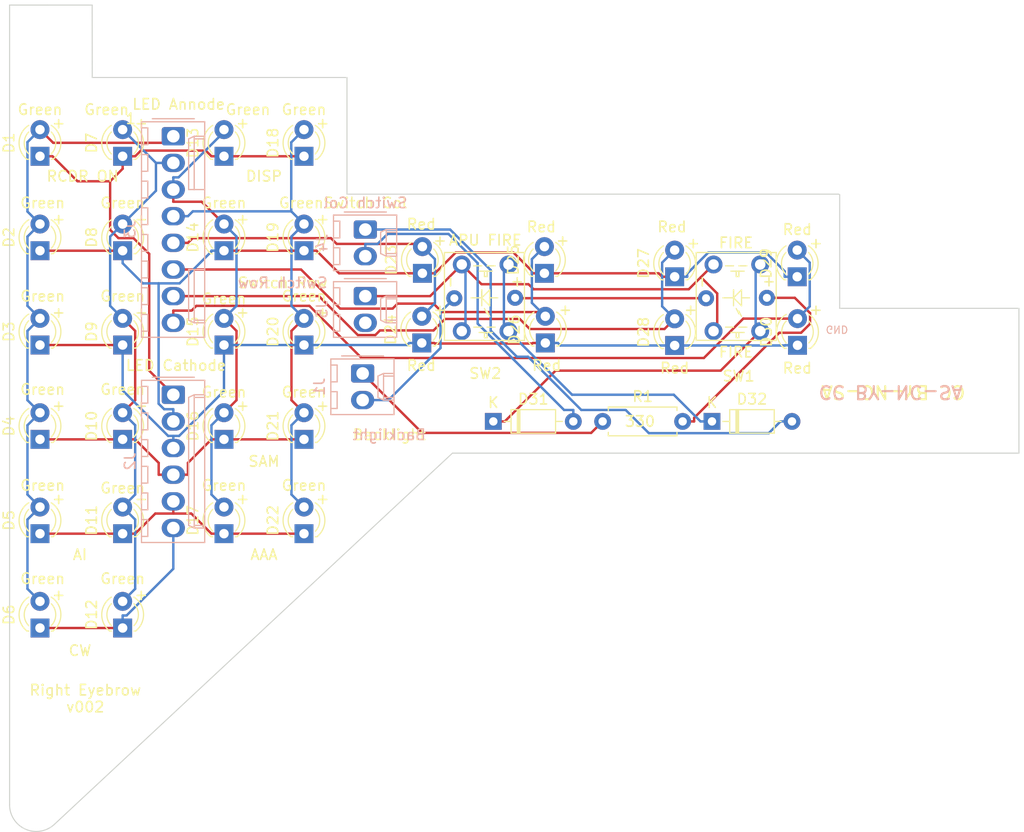
<source format=kicad_pcb>
(kicad_pcb (version 20171130) (host pcbnew "(5.1.5-0-10_14)")

  (general
    (thickness 1.2)
    (drawings 96)
    (tracks 274)
    (zones 0)
    (modules 43)
    (nets 25)
  )

  (page USLetter)
  (title_block
    (title "ABSIS NANO GENERAL I/O")
    (date 2017-12-26)
    (rev -)
    (company "F/A-18C SIMPIT")
    (comment 1 "JOHN STEENSEN")
  )

  (layers
    (0 F.Cu signal)
    (31 B.Cu signal)
    (32 B.Adhes user)
    (33 F.Adhes user)
    (34 B.Paste user)
    (35 F.Paste user)
    (36 B.SilkS user)
    (37 F.SilkS user)
    (38 B.Mask user)
    (39 F.Mask user)
    (40 Dwgs.User user)
    (41 Cmts.User user)
    (42 Eco1.User user)
    (43 Eco2.User user)
    (44 Edge.Cuts user)
    (45 Margin user)
    (46 B.CrtYd user)
    (47 F.CrtYd user)
    (48 B.Fab user)
    (49 F.Fab user)
  )

  (setup
    (last_trace_width 0.2286)
    (trace_clearance 0.1778)
    (zone_clearance 0.508)
    (zone_45_only no)
    (trace_min 0.1524)
    (via_size 0.6)
    (via_drill 0.4)
    (via_min_size 0.4)
    (via_min_drill 0.31)
    (blind_buried_vias_allowed yes)
    (uvia_size 0.3)
    (uvia_drill 0.1)
    (uvias_allowed no)
    (uvia_min_size 0.2)
    (uvia_min_drill 0.1)
    (edge_width 0.1)
    (segment_width 0.15)
    (pcb_text_width 0.3)
    (pcb_text_size 1.5 1.5)
    (mod_edge_width 0.15)
    (mod_text_size 1 1)
    (mod_text_width 0.15)
    (pad_size 0.6 0.6)
    (pad_drill 0.4)
    (pad_to_mask_clearance 0)
    (aux_axis_origin 137.06 26.87)
    (visible_elements 7FFFE7FF)
    (pcbplotparams
      (layerselection 0x010f0_ffffffff)
      (usegerberextensions false)
      (usegerberattributes false)
      (usegerberadvancedattributes false)
      (creategerberjobfile false)
      (excludeedgelayer true)
      (linewidth 0.100000)
      (plotframeref false)
      (viasonmask false)
      (mode 1)
      (useauxorigin false)
      (hpglpennumber 1)
      (hpglpenspeed 20)
      (hpglpendiameter 15.000000)
      (psnegative false)
      (psa4output false)
      (plotreference true)
      (plotvalue true)
      (plotinvisibletext false)
      (padsonsilk false)
      (subtractmaskfromsilk false)
      (outputformat 1)
      (mirror false)
      (drillshape 0)
      (scaleselection 1)
      (outputdirectory "manufacturing/"))
  )

  (net 0 "")
  (net 1 /Dig0)
  (net 2 /SegDP)
  (net 3 /Dig1)
  (net 4 /Dig2)
  (net 5 /Dig3)
  (net 6 /Dig4)
  (net 7 /Dig5)
  (net 8 /SegA)
  (net 9 /SegB)
  (net 10 /SegC)
  (net 11 /SegD)
  (net 12 /SegE)
  (net 13 /SegF)
  (net 14 /SegG)
  (net 15 "Net-(D31-Pad2)")
  (net 16 "Net-(D32-Pad2)")
  (net 17 "Net-(D32-Pad1)")
  (net 18 "Net-(J1-Pad2)")
  (net 19 "Net-(J1-Pad1)")
  (net 20 "Net-(J5-Pad2)")
  (net 21 "Net-(J5-Pad1)")
  (net 22 "Net-(R1-Pad2)")
  (net 23 "Net-(SW1-Pad6)")
  (net 24 "Net-(D31-Pad1)")

  (net_class Default "This is the default net class."
    (clearance 0.1778)
    (trace_width 0.2286)
    (via_dia 0.6)
    (via_drill 0.4)
    (uvia_dia 0.3)
    (uvia_drill 0.1)
    (add_net /Dig0)
    (add_net /Dig1)
    (add_net /Dig2)
    (add_net /Dig3)
    (add_net /Dig4)
    (add_net /Dig5)
    (add_net /SegA)
    (add_net /SegB)
    (add_net /SegC)
    (add_net /SegD)
    (add_net /SegDP)
    (add_net /SegE)
    (add_net /SegF)
    (add_net /SegG)
    (add_net "Net-(D31-Pad1)")
    (add_net "Net-(D31-Pad2)")
    (add_net "Net-(D32-Pad1)")
    (add_net "Net-(D32-Pad2)")
    (add_net "Net-(J1-Pad1)")
    (add_net "Net-(J1-Pad2)")
    (add_net "Net-(J5-Pad1)")
    (add_net "Net-(J5-Pad2)")
    (add_net "Net-(R1-Pad2)")
    (add_net "Net-(SW1-Pad6)")
  )

  (net_class control ""
    (clearance 0.1778)
    (trace_width 0.2286)
    (via_dia 0.6)
    (via_drill 0.4)
    (uvia_dia 0.3)
    (uvia_drill 0.1)
  )

  (net_class pwr12v ""
    (clearance 0.2032)
    (trace_width 0.762)
    (via_dia 0.6)
    (via_drill 0.4)
    (uvia_dia 0.3)
    (uvia_drill 0.1)
  )

  (net_class pwr3.3v ""
    (clearance 0.2032)
    (trace_width 0.3048)
    (via_dia 0.6)
    (via_drill 0.4)
    (uvia_dia 0.3)
    (uvia_drill 0.1)
  )

  (net_class pwr5v ""
    (clearance 0.2032)
    (trace_width 0.2286)
    (via_dia 0.6)
    (via_drill 0.4)
    (uvia_dia 0.3)
    (uvia_drill 0.1)
  )

  (net_class signal ""
    (clearance 0.1778)
    (trace_width 0.1524)
    (via_dia 0.6)
    (via_drill 0.4)
    (uvia_dia 0.3)
    (uvia_drill 0.1)
  )

  (module LED_THT:LED_D3.0mm_FlatTop (layer F.Cu) (tedit 5880A862) (tstamp 5A570753)
    (at 147.828 77.2472 90)
    (descr "LED, Round, FlatTop, diameter 3.0mm, 2 pins, http://www.kingbright.com/attachments/file/psearch/000/00/00/L-47XEC(Ver.9A).pdf")
    (tags "LED Round FlatTop diameter 3.0mm 2 pins")
    (path /5A44A841)
    (fp_text reference D11 (at 1.27 -2.96 90) (layer F.SilkS)
      (effects (font (size 1 1) (thickness 0.15)))
    )
    (fp_text value 4,1 (at 1.27 2.96 90) (layer F.Fab)
      (effects (font (size 1 1) (thickness 0.15)))
    )
    (fp_line (start 3.7 -2.25) (end -1.15 -2.25) (layer F.CrtYd) (width 0.05))
    (fp_line (start 3.7 2.25) (end 3.7 -2.25) (layer F.CrtYd) (width 0.05))
    (fp_line (start -1.15 2.25) (end 3.7 2.25) (layer F.CrtYd) (width 0.05))
    (fp_line (start -1.15 -2.25) (end -1.15 2.25) (layer F.CrtYd) (width 0.05))
    (fp_line (start -0.29 1.08) (end -0.29 1.236) (layer F.SilkS) (width 0.12))
    (fp_line (start -0.29 -1.236) (end -0.29 -1.08) (layer F.SilkS) (width 0.12))
    (fp_line (start -0.23 -1.16619) (end -0.23 1.16619) (layer F.Fab) (width 0.1))
    (fp_circle (center 1.27 0) (end 2.77 0) (layer F.Fab) (width 0.1))
    (fp_arc (start 1.27 0) (end 0.229039 1.08) (angle -87.9) (layer F.SilkS) (width 0.12))
    (fp_arc (start 1.27 0) (end 0.229039 -1.08) (angle 87.9) (layer F.SilkS) (width 0.12))
    (fp_arc (start 1.27 0) (end -0.29 1.235516) (angle -108.8) (layer F.SilkS) (width 0.12))
    (fp_arc (start 1.27 0) (end -0.29 -1.235516) (angle 108.8) (layer F.SilkS) (width 0.12))
    (fp_arc (start 1.27 0) (end -0.23 -1.16619) (angle 284.3) (layer F.Fab) (width 0.1))
    (pad 2 thru_hole circle (at 2.54 0 90) (size 1.8 1.8) (drill 0.9) (layers *.Cu *.Mask)
      (net 8 /SegA))
    (pad 1 thru_hole rect (at 0 0 90) (size 1.8 1.8) (drill 0.9) (layers *.Cu *.Mask)
      (net 6 /Dig4))
    (model ${KISYS3DMOD}/LED_THT.3dshapes/LED_D3.0mm_FlatTop.wrl
      (at (xyz 0 0 0))
      (scale (xyz 1 1 1))
      (rotate (xyz 0 0 0))
    )
  )

  (module PT_Library_v001:Molex_1x02_P2.54mm_Vertical (layer B.Cu) (tedit 5B78013E) (tstamp 5EE46A45)
    (at 170.942 54.61 270)
    (descr "Molex KK-254 Interconnect System, old/engineering part number: AE-6410-02A example for new part number: 22-27-2021, 2 Pins (http://www.molex.com/pdm_docs/sd/022272021_sd.pdf), generated with kicad-footprint-generator")
    (tags "connector Molex KK-254 side entry")
    (path /5EF1C0FA)
    (fp_text reference J5 (at 1.27 4.12 270) (layer B.SilkS)
      (effects (font (size 1 1) (thickness 0.15)) (justify mirror))
    )
    (fp_text value SwitchRow (at 1.27 -4.08 270) (layer B.Fab)
      (effects (font (size 1 1) (thickness 0.15)) (justify mirror))
    )
    (fp_text user %R (at 1.27 2.22 270) (layer B.Fab)
      (effects (font (size 1 1) (thickness 0.15)) (justify mirror))
    )
    (fp_line (start 4.31 3.42) (end -1.77 3.42) (layer B.CrtYd) (width 0.05))
    (fp_line (start 4.31 -3.38) (end 4.31 3.42) (layer B.CrtYd) (width 0.05))
    (fp_line (start -1.77 -3.38) (end 4.31 -3.38) (layer B.CrtYd) (width 0.05))
    (fp_line (start -1.77 3.42) (end -1.77 -3.38) (layer B.CrtYd) (width 0.05))
    (fp_line (start 3.34 2.43) (end 3.34 3.03) (layer B.SilkS) (width 0.12))
    (fp_line (start 1.74 2.43) (end 3.34 2.43) (layer B.SilkS) (width 0.12))
    (fp_line (start 1.74 3.03) (end 1.74 2.43) (layer B.SilkS) (width 0.12))
    (fp_line (start 0.8 2.43) (end 0.8 3.03) (layer B.SilkS) (width 0.12))
    (fp_line (start -0.8 2.43) (end 0.8 2.43) (layer B.SilkS) (width 0.12))
    (fp_line (start -0.8 3.03) (end -0.8 2.43) (layer B.SilkS) (width 0.12))
    (fp_line (start 2.29 -2.99) (end 2.29 -1.99) (layer B.SilkS) (width 0.12))
    (fp_line (start 0.25 -2.99) (end 0.25 -1.99) (layer B.SilkS) (width 0.12))
    (fp_line (start 2.29 -1.46) (end 2.54 -1.99) (layer B.SilkS) (width 0.12))
    (fp_line (start 0.25 -1.46) (end 2.29 -1.46) (layer B.SilkS) (width 0.12))
    (fp_line (start 0 -1.99) (end 0.25 -1.46) (layer B.SilkS) (width 0.12))
    (fp_line (start 2.54 -1.99) (end 2.54 -2.99) (layer B.SilkS) (width 0.12))
    (fp_line (start 0 -1.99) (end 2.54 -1.99) (layer B.SilkS) (width 0.12))
    (fp_line (start 0 -2.99) (end 0 -1.99) (layer B.SilkS) (width 0.12))
    (fp_line (start -0.562893 0) (end -1.27 -0.5) (layer B.Fab) (width 0.1))
    (fp_line (start -1.27 0.5) (end -0.562893 0) (layer B.Fab) (width 0.1))
    (fp_line (start -1.67 2) (end -1.67 -2) (layer B.SilkS) (width 0.12))
    (fp_line (start 3.92 3.03) (end -1.38 3.03) (layer B.SilkS) (width 0.12))
    (fp_line (start 3.92 -2.99) (end 3.92 3.03) (layer B.SilkS) (width 0.12))
    (fp_line (start -1.38 -2.99) (end 3.92 -2.99) (layer B.SilkS) (width 0.12))
    (fp_line (start -1.38 3.03) (end -1.38 -2.99) (layer B.SilkS) (width 0.12))
    (fp_line (start 3.81 2.92) (end -1.27 2.92) (layer B.Fab) (width 0.1))
    (fp_line (start 3.81 -2.88) (end 3.81 2.92) (layer B.Fab) (width 0.1))
    (fp_line (start -1.27 -2.88) (end 3.81 -2.88) (layer B.Fab) (width 0.1))
    (fp_line (start -1.27 2.92) (end -1.27 -2.88) (layer B.Fab) (width 0.1))
    (pad 2 thru_hole oval (at 2.54 0 270) (size 1.74 2.2) (drill 1.2) (layers *.Cu *.Mask)
      (net 20 "Net-(J5-Pad2)"))
    (pad 1 thru_hole roundrect (at 0 0 270) (size 1.74 2.2) (drill 1.2) (layers *.Cu *.Mask) (roundrect_rratio 0.143678)
      (net 21 "Net-(J5-Pad1)"))
    (model ${KISYS3DMOD}/Connector_Molex.3dshapes/Molex_KK-254_AE-6410-02A_1x02_P2.54mm_Vertical.wrl
      (at (xyz 0 0 0))
      (scale (xyz 1 1 1))
      (rotate (xyz 0 0 0))
    )
  )

  (module PT_Library_v001:Molex_1x02_P2.54mm_Vertical (layer B.Cu) (tedit 5B78013E) (tstamp 5EE46A2F)
    (at 170.942 48.26 270)
    (descr "Molex KK-254 Interconnect System, old/engineering part number: AE-6410-02A example for new part number: 22-27-2021, 2 Pins (http://www.molex.com/pdm_docs/sd/022272021_sd.pdf), generated with kicad-footprint-generator")
    (tags "connector Molex KK-254 side entry")
    (path /5EF1C571)
    (fp_text reference J4 (at 1.27 4.12 270) (layer B.SilkS)
      (effects (font (size 1 1) (thickness 0.15)) (justify mirror))
    )
    (fp_text value SwitchCol (at 1.27 -4.08 270) (layer B.Fab)
      (effects (font (size 1 1) (thickness 0.15)) (justify mirror))
    )
    (fp_text user %R (at 1.27 2.22 270) (layer B.Fab)
      (effects (font (size 1 1) (thickness 0.15)) (justify mirror))
    )
    (fp_line (start 4.31 3.42) (end -1.77 3.42) (layer B.CrtYd) (width 0.05))
    (fp_line (start 4.31 -3.38) (end 4.31 3.42) (layer B.CrtYd) (width 0.05))
    (fp_line (start -1.77 -3.38) (end 4.31 -3.38) (layer B.CrtYd) (width 0.05))
    (fp_line (start -1.77 3.42) (end -1.77 -3.38) (layer B.CrtYd) (width 0.05))
    (fp_line (start 3.34 2.43) (end 3.34 3.03) (layer B.SilkS) (width 0.12))
    (fp_line (start 1.74 2.43) (end 3.34 2.43) (layer B.SilkS) (width 0.12))
    (fp_line (start 1.74 3.03) (end 1.74 2.43) (layer B.SilkS) (width 0.12))
    (fp_line (start 0.8 2.43) (end 0.8 3.03) (layer B.SilkS) (width 0.12))
    (fp_line (start -0.8 2.43) (end 0.8 2.43) (layer B.SilkS) (width 0.12))
    (fp_line (start -0.8 3.03) (end -0.8 2.43) (layer B.SilkS) (width 0.12))
    (fp_line (start 2.29 -2.99) (end 2.29 -1.99) (layer B.SilkS) (width 0.12))
    (fp_line (start 0.25 -2.99) (end 0.25 -1.99) (layer B.SilkS) (width 0.12))
    (fp_line (start 2.29 -1.46) (end 2.54 -1.99) (layer B.SilkS) (width 0.12))
    (fp_line (start 0.25 -1.46) (end 2.29 -1.46) (layer B.SilkS) (width 0.12))
    (fp_line (start 0 -1.99) (end 0.25 -1.46) (layer B.SilkS) (width 0.12))
    (fp_line (start 2.54 -1.99) (end 2.54 -2.99) (layer B.SilkS) (width 0.12))
    (fp_line (start 0 -1.99) (end 2.54 -1.99) (layer B.SilkS) (width 0.12))
    (fp_line (start 0 -2.99) (end 0 -1.99) (layer B.SilkS) (width 0.12))
    (fp_line (start -0.562893 0) (end -1.27 -0.5) (layer B.Fab) (width 0.1))
    (fp_line (start -1.27 0.5) (end -0.562893 0) (layer B.Fab) (width 0.1))
    (fp_line (start -1.67 2) (end -1.67 -2) (layer B.SilkS) (width 0.12))
    (fp_line (start 3.92 3.03) (end -1.38 3.03) (layer B.SilkS) (width 0.12))
    (fp_line (start 3.92 -2.99) (end 3.92 3.03) (layer B.SilkS) (width 0.12))
    (fp_line (start -1.38 -2.99) (end 3.92 -2.99) (layer B.SilkS) (width 0.12))
    (fp_line (start -1.38 3.03) (end -1.38 -2.99) (layer B.SilkS) (width 0.12))
    (fp_line (start 3.81 2.92) (end -1.27 2.92) (layer B.Fab) (width 0.1))
    (fp_line (start 3.81 -2.88) (end 3.81 2.92) (layer B.Fab) (width 0.1))
    (fp_line (start -1.27 -2.88) (end 3.81 -2.88) (layer B.Fab) (width 0.1))
    (fp_line (start -1.27 2.92) (end -1.27 -2.88) (layer B.Fab) (width 0.1))
    (pad 2 thru_hole oval (at 2.54 0 270) (size 1.74 2.2) (drill 1.2) (layers *.Cu *.Mask)
      (net 15 "Net-(D31-Pad2)"))
    (pad 1 thru_hole roundrect (at 0 0 270) (size 1.74 2.2) (drill 1.2) (layers *.Cu *.Mask) (roundrect_rratio 0.143678)
      (net 16 "Net-(D32-Pad2)"))
    (model ${KISYS3DMOD}/Connector_Molex.3dshapes/Molex_KK-254_AE-6410-02A_1x02_P2.54mm_Vertical.wrl
      (at (xyz 0 0 0))
      (scale (xyz 1 1 1))
      (rotate (xyz 0 0 0))
    )
  )

  (module PT_Library_v001:Molex_1x08_P2.54mm_Vertical (layer B.Cu) (tedit 5B78013E) (tstamp 5EE20CA0)
    (at 152.654 39.37 270)
    (descr "Molex KK-254 Interconnect System, old/engineering part number: AE-6410-08A example for new part number: 22-27-2081, 8 Pins (http://www.molex.com/pdm_docs/sd/022272021_sd.pdf), generated with kicad-footprint-generator")
    (tags "connector Molex KK-254 side entry")
    (path /5EE409F3)
    (fp_text reference J3 (at 8.89 4.12 270) (layer B.SilkS)
      (effects (font (size 1 1) (thickness 0.15)) (justify mirror))
    )
    (fp_text value "Led Annode" (at 8.89 -4.08 270) (layer B.Fab)
      (effects (font (size 1 1) (thickness 0.15)) (justify mirror))
    )
    (fp_text user %R (at 8.89 2.22 270) (layer B.Fab)
      (effects (font (size 1 1) (thickness 0.15)) (justify mirror))
    )
    (fp_line (start 19.55 3.42) (end -1.77 3.42) (layer B.CrtYd) (width 0.05))
    (fp_line (start 19.55 -3.38) (end 19.55 3.42) (layer B.CrtYd) (width 0.05))
    (fp_line (start -1.77 -3.38) (end 19.55 -3.38) (layer B.CrtYd) (width 0.05))
    (fp_line (start -1.77 3.42) (end -1.77 -3.38) (layer B.CrtYd) (width 0.05))
    (fp_line (start 18.58 2.43) (end 18.58 3.03) (layer B.SilkS) (width 0.12))
    (fp_line (start 16.98 2.43) (end 18.58 2.43) (layer B.SilkS) (width 0.12))
    (fp_line (start 16.98 3.03) (end 16.98 2.43) (layer B.SilkS) (width 0.12))
    (fp_line (start 16.04 2.43) (end 16.04 3.03) (layer B.SilkS) (width 0.12))
    (fp_line (start 14.44 2.43) (end 16.04 2.43) (layer B.SilkS) (width 0.12))
    (fp_line (start 14.44 3.03) (end 14.44 2.43) (layer B.SilkS) (width 0.12))
    (fp_line (start 13.5 2.43) (end 13.5 3.03) (layer B.SilkS) (width 0.12))
    (fp_line (start 11.9 2.43) (end 13.5 2.43) (layer B.SilkS) (width 0.12))
    (fp_line (start 11.9 3.03) (end 11.9 2.43) (layer B.SilkS) (width 0.12))
    (fp_line (start 10.96 2.43) (end 10.96 3.03) (layer B.SilkS) (width 0.12))
    (fp_line (start 9.36 2.43) (end 10.96 2.43) (layer B.SilkS) (width 0.12))
    (fp_line (start 9.36 3.03) (end 9.36 2.43) (layer B.SilkS) (width 0.12))
    (fp_line (start 8.42 2.43) (end 8.42 3.03) (layer B.SilkS) (width 0.12))
    (fp_line (start 6.82 2.43) (end 8.42 2.43) (layer B.SilkS) (width 0.12))
    (fp_line (start 6.82 3.03) (end 6.82 2.43) (layer B.SilkS) (width 0.12))
    (fp_line (start 5.88 2.43) (end 5.88 3.03) (layer B.SilkS) (width 0.12))
    (fp_line (start 4.28 2.43) (end 5.88 2.43) (layer B.SilkS) (width 0.12))
    (fp_line (start 4.28 3.03) (end 4.28 2.43) (layer B.SilkS) (width 0.12))
    (fp_line (start 3.34 2.43) (end 3.34 3.03) (layer B.SilkS) (width 0.12))
    (fp_line (start 1.74 2.43) (end 3.34 2.43) (layer B.SilkS) (width 0.12))
    (fp_line (start 1.74 3.03) (end 1.74 2.43) (layer B.SilkS) (width 0.12))
    (fp_line (start 0.8 2.43) (end 0.8 3.03) (layer B.SilkS) (width 0.12))
    (fp_line (start -0.8 2.43) (end 0.8 2.43) (layer B.SilkS) (width 0.12))
    (fp_line (start -0.8 3.03) (end -0.8 2.43) (layer B.SilkS) (width 0.12))
    (fp_line (start 17.53 -2.99) (end 17.53 -1.99) (layer B.SilkS) (width 0.12))
    (fp_line (start 12.7 -1.46) (end 12.7 -1.99) (layer B.SilkS) (width 0.12))
    (fp_line (start 17.53 -1.46) (end 12.7 -1.46) (layer B.SilkS) (width 0.12))
    (fp_line (start 17.78 -1.99) (end 17.53 -1.46) (layer B.SilkS) (width 0.12))
    (fp_line (start 12.7 -1.99) (end 12.7 -2.99) (layer B.SilkS) (width 0.12))
    (fp_line (start 17.78 -1.99) (end 12.7 -1.99) (layer B.SilkS) (width 0.12))
    (fp_line (start 17.78 -2.99) (end 17.78 -1.99) (layer B.SilkS) (width 0.12))
    (fp_line (start 0.25 -2.99) (end 0.25 -1.99) (layer B.SilkS) (width 0.12))
    (fp_line (start 5.08 -1.46) (end 5.08 -1.99) (layer B.SilkS) (width 0.12))
    (fp_line (start 0.25 -1.46) (end 5.08 -1.46) (layer B.SilkS) (width 0.12))
    (fp_line (start 0 -1.99) (end 0.25 -1.46) (layer B.SilkS) (width 0.12))
    (fp_line (start 5.08 -1.99) (end 5.08 -2.99) (layer B.SilkS) (width 0.12))
    (fp_line (start 0 -1.99) (end 5.08 -1.99) (layer B.SilkS) (width 0.12))
    (fp_line (start 0 -2.99) (end 0 -1.99) (layer B.SilkS) (width 0.12))
    (fp_line (start -0.562893 0) (end -1.27 -0.5) (layer B.Fab) (width 0.1))
    (fp_line (start -1.27 0.5) (end -0.562893 0) (layer B.Fab) (width 0.1))
    (fp_line (start -1.67 2) (end -1.67 -2) (layer B.SilkS) (width 0.12))
    (fp_line (start 19.16 3.03) (end -1.38 3.03) (layer B.SilkS) (width 0.12))
    (fp_line (start 19.16 -2.99) (end 19.16 3.03) (layer B.SilkS) (width 0.12))
    (fp_line (start -1.38 -2.99) (end 19.16 -2.99) (layer B.SilkS) (width 0.12))
    (fp_line (start -1.38 3.03) (end -1.38 -2.99) (layer B.SilkS) (width 0.12))
    (fp_line (start 19.05 2.92) (end -1.27 2.92) (layer B.Fab) (width 0.1))
    (fp_line (start 19.05 -2.88) (end 19.05 2.92) (layer B.Fab) (width 0.1))
    (fp_line (start -1.27 -2.88) (end 19.05 -2.88) (layer B.Fab) (width 0.1))
    (fp_line (start -1.27 2.92) (end -1.27 -2.88) (layer B.Fab) (width 0.1))
    (pad 8 thru_hole oval (at 17.78 0 270) (size 1.74 2.2) (drill 1.2) (layers *.Cu *.Mask)
      (net 14 /SegG))
    (pad 7 thru_hole oval (at 15.24 0 270) (size 1.74 2.2) (drill 1.2) (layers *.Cu *.Mask)
      (net 13 /SegF))
    (pad 6 thru_hole oval (at 12.7 0 270) (size 1.74 2.2) (drill 1.2) (layers *.Cu *.Mask)
      (net 12 /SegE))
    (pad 5 thru_hole oval (at 10.16 0 270) (size 1.74 2.2) (drill 1.2) (layers *.Cu *.Mask)
      (net 11 /SegD))
    (pad 4 thru_hole oval (at 7.62 0 270) (size 1.74 2.2) (drill 1.2) (layers *.Cu *.Mask)
      (net 10 /SegC))
    (pad 3 thru_hole oval (at 5.08 0 270) (size 1.74 2.2) (drill 1.2) (layers *.Cu *.Mask)
      (net 9 /SegB))
    (pad 2 thru_hole oval (at 2.54 0 270) (size 1.74 2.2) (drill 1.2) (layers *.Cu *.Mask)
      (net 8 /SegA))
    (pad 1 thru_hole roundrect (at 0 0 270) (size 1.74 2.2) (drill 1.2) (layers *.Cu *.Mask) (roundrect_rratio 0.143678)
      (net 2 /SegDP))
    (model ${KISYS3DMOD}/Connector_Molex.3dshapes/Molex_KK-254_AE-6410-08A_1x08_P2.54mm_Vertical.wrl
      (at (xyz 0 0 0))
      (scale (xyz 1 1 1))
      (rotate (xyz 0 0 0))
    )
  )

  (module PT_Library_v001:Molex_1x06_P2.54mm_Vertical (layer B.Cu) (tedit 5B78013E) (tstamp 5EE20C84)
    (at 152.654 64.008 270)
    (descr "Molex KK-254 Interconnect System, old/engineering part number: AE-6410-06A example for new part number: 22-27-2061, 6 Pins (http://www.molex.com/pdm_docs/sd/022272021_sd.pdf), generated with kicad-footprint-generator")
    (tags "connector Molex KK-254 side entry")
    (path /5EE3F87E)
    (fp_text reference J2 (at 6.35 4.12 270) (layer B.SilkS)
      (effects (font (size 1 1) (thickness 0.15)) (justify mirror))
    )
    (fp_text value "Led Cathode" (at 6.35 -4.08 270) (layer B.Fab)
      (effects (font (size 1 1) (thickness 0.15)) (justify mirror))
    )
    (fp_text user %R (at 6.35 2.22 270) (layer B.Fab)
      (effects (font (size 1 1) (thickness 0.15)) (justify mirror))
    )
    (fp_line (start 14.47 3.42) (end -1.77 3.42) (layer B.CrtYd) (width 0.05))
    (fp_line (start 14.47 -3.38) (end 14.47 3.42) (layer B.CrtYd) (width 0.05))
    (fp_line (start -1.77 -3.38) (end 14.47 -3.38) (layer B.CrtYd) (width 0.05))
    (fp_line (start -1.77 3.42) (end -1.77 -3.38) (layer B.CrtYd) (width 0.05))
    (fp_line (start 13.5 2.43) (end 13.5 3.03) (layer B.SilkS) (width 0.12))
    (fp_line (start 11.9 2.43) (end 13.5 2.43) (layer B.SilkS) (width 0.12))
    (fp_line (start 11.9 3.03) (end 11.9 2.43) (layer B.SilkS) (width 0.12))
    (fp_line (start 10.96 2.43) (end 10.96 3.03) (layer B.SilkS) (width 0.12))
    (fp_line (start 9.36 2.43) (end 10.96 2.43) (layer B.SilkS) (width 0.12))
    (fp_line (start 9.36 3.03) (end 9.36 2.43) (layer B.SilkS) (width 0.12))
    (fp_line (start 8.42 2.43) (end 8.42 3.03) (layer B.SilkS) (width 0.12))
    (fp_line (start 6.82 2.43) (end 8.42 2.43) (layer B.SilkS) (width 0.12))
    (fp_line (start 6.82 3.03) (end 6.82 2.43) (layer B.SilkS) (width 0.12))
    (fp_line (start 5.88 2.43) (end 5.88 3.03) (layer B.SilkS) (width 0.12))
    (fp_line (start 4.28 2.43) (end 5.88 2.43) (layer B.SilkS) (width 0.12))
    (fp_line (start 4.28 3.03) (end 4.28 2.43) (layer B.SilkS) (width 0.12))
    (fp_line (start 3.34 2.43) (end 3.34 3.03) (layer B.SilkS) (width 0.12))
    (fp_line (start 1.74 2.43) (end 3.34 2.43) (layer B.SilkS) (width 0.12))
    (fp_line (start 1.74 3.03) (end 1.74 2.43) (layer B.SilkS) (width 0.12))
    (fp_line (start 0.8 2.43) (end 0.8 3.03) (layer B.SilkS) (width 0.12))
    (fp_line (start -0.8 2.43) (end 0.8 2.43) (layer B.SilkS) (width 0.12))
    (fp_line (start -0.8 3.03) (end -0.8 2.43) (layer B.SilkS) (width 0.12))
    (fp_line (start 12.45 -2.99) (end 12.45 -1.99) (layer B.SilkS) (width 0.12))
    (fp_line (start 0.25 -2.99) (end 0.25 -1.99) (layer B.SilkS) (width 0.12))
    (fp_line (start 12.45 -1.46) (end 12.7 -1.99) (layer B.SilkS) (width 0.12))
    (fp_line (start 0.25 -1.46) (end 12.45 -1.46) (layer B.SilkS) (width 0.12))
    (fp_line (start 0 -1.99) (end 0.25 -1.46) (layer B.SilkS) (width 0.12))
    (fp_line (start 12.7 -1.99) (end 12.7 -2.99) (layer B.SilkS) (width 0.12))
    (fp_line (start 0 -1.99) (end 12.7 -1.99) (layer B.SilkS) (width 0.12))
    (fp_line (start 0 -2.99) (end 0 -1.99) (layer B.SilkS) (width 0.12))
    (fp_line (start -0.562893 0) (end -1.27 -0.5) (layer B.Fab) (width 0.1))
    (fp_line (start -1.27 0.5) (end -0.562893 0) (layer B.Fab) (width 0.1))
    (fp_line (start -1.67 2) (end -1.67 -2) (layer B.SilkS) (width 0.12))
    (fp_line (start 14.08 3.03) (end -1.38 3.03) (layer B.SilkS) (width 0.12))
    (fp_line (start 14.08 -2.99) (end 14.08 3.03) (layer B.SilkS) (width 0.12))
    (fp_line (start -1.38 -2.99) (end 14.08 -2.99) (layer B.SilkS) (width 0.12))
    (fp_line (start -1.38 3.03) (end -1.38 -2.99) (layer B.SilkS) (width 0.12))
    (fp_line (start 13.97 2.92) (end -1.27 2.92) (layer B.Fab) (width 0.1))
    (fp_line (start 13.97 -2.88) (end 13.97 2.92) (layer B.Fab) (width 0.1))
    (fp_line (start -1.27 -2.88) (end 13.97 -2.88) (layer B.Fab) (width 0.1))
    (fp_line (start -1.27 2.92) (end -1.27 -2.88) (layer B.Fab) (width 0.1))
    (pad 6 thru_hole oval (at 12.7 0 270) (size 1.74 2.2) (drill 1.2) (layers *.Cu *.Mask)
      (net 7 /Dig5))
    (pad 5 thru_hole oval (at 10.16 0 270) (size 1.74 2.2) (drill 1.2) (layers *.Cu *.Mask)
      (net 6 /Dig4))
    (pad 4 thru_hole oval (at 7.62 0 270) (size 1.74 2.2) (drill 1.2) (layers *.Cu *.Mask)
      (net 5 /Dig3))
    (pad 3 thru_hole oval (at 5.08 0 270) (size 1.74 2.2) (drill 1.2) (layers *.Cu *.Mask)
      (net 4 /Dig2))
    (pad 2 thru_hole oval (at 2.54 0 270) (size 1.74 2.2) (drill 1.2) (layers *.Cu *.Mask)
      (net 3 /Dig1))
    (pad 1 thru_hole roundrect (at 0 0 270) (size 1.74 2.2) (drill 1.2) (layers *.Cu *.Mask) (roundrect_rratio 0.143678)
      (net 1 /Dig0))
    (model ${KISYS3DMOD}/Connector_Molex.3dshapes/Molex_KK-254_AE-6410-06A_1x06_P2.54mm_Vertical.wrl
      (at (xyz 0 0 0))
      (scale (xyz 1 1 1))
      (rotate (xyz 0 0 0))
    )
  )

  (module PT_Library_v001:Molex_1x02_P2.54mm_Vertical (layer B.Cu) (tedit 5B78013E) (tstamp 5EE469B1)
    (at 170.688 61.976 270)
    (descr "Molex KK-254 Interconnect System, old/engineering part number: AE-6410-02A example for new part number: 22-27-2021, 2 Pins (http://www.molex.com/pdm_docs/sd/022272021_sd.pdf), generated with kicad-footprint-generator")
    (tags "connector Molex KK-254 side entry")
    (path /5EF1D237)
    (fp_text reference J1 (at 1.27 4.12 270) (layer B.SilkS)
      (effects (font (size 1 1) (thickness 0.15)) (justify mirror))
    )
    (fp_text value Backlight (at 1.27 -4.08 270) (layer B.Fab)
      (effects (font (size 1 1) (thickness 0.15)) (justify mirror))
    )
    (fp_text user %R (at 1.27 2.22 270) (layer B.Fab)
      (effects (font (size 1 1) (thickness 0.15)) (justify mirror))
    )
    (fp_line (start 4.31 3.42) (end -1.77 3.42) (layer B.CrtYd) (width 0.05))
    (fp_line (start 4.31 -3.38) (end 4.31 3.42) (layer B.CrtYd) (width 0.05))
    (fp_line (start -1.77 -3.38) (end 4.31 -3.38) (layer B.CrtYd) (width 0.05))
    (fp_line (start -1.77 3.42) (end -1.77 -3.38) (layer B.CrtYd) (width 0.05))
    (fp_line (start 3.34 2.43) (end 3.34 3.03) (layer B.SilkS) (width 0.12))
    (fp_line (start 1.74 2.43) (end 3.34 2.43) (layer B.SilkS) (width 0.12))
    (fp_line (start 1.74 3.03) (end 1.74 2.43) (layer B.SilkS) (width 0.12))
    (fp_line (start 0.8 2.43) (end 0.8 3.03) (layer B.SilkS) (width 0.12))
    (fp_line (start -0.8 2.43) (end 0.8 2.43) (layer B.SilkS) (width 0.12))
    (fp_line (start -0.8 3.03) (end -0.8 2.43) (layer B.SilkS) (width 0.12))
    (fp_line (start 2.29 -2.99) (end 2.29 -1.99) (layer B.SilkS) (width 0.12))
    (fp_line (start 0.25 -2.99) (end 0.25 -1.99) (layer B.SilkS) (width 0.12))
    (fp_line (start 2.29 -1.46) (end 2.54 -1.99) (layer B.SilkS) (width 0.12))
    (fp_line (start 0.25 -1.46) (end 2.29 -1.46) (layer B.SilkS) (width 0.12))
    (fp_line (start 0 -1.99) (end 0.25 -1.46) (layer B.SilkS) (width 0.12))
    (fp_line (start 2.54 -1.99) (end 2.54 -2.99) (layer B.SilkS) (width 0.12))
    (fp_line (start 0 -1.99) (end 2.54 -1.99) (layer B.SilkS) (width 0.12))
    (fp_line (start 0 -2.99) (end 0 -1.99) (layer B.SilkS) (width 0.12))
    (fp_line (start -0.562893 0) (end -1.27 -0.5) (layer B.Fab) (width 0.1))
    (fp_line (start -1.27 0.5) (end -0.562893 0) (layer B.Fab) (width 0.1))
    (fp_line (start -1.67 2) (end -1.67 -2) (layer B.SilkS) (width 0.12))
    (fp_line (start 3.92 3.03) (end -1.38 3.03) (layer B.SilkS) (width 0.12))
    (fp_line (start 3.92 -2.99) (end 3.92 3.03) (layer B.SilkS) (width 0.12))
    (fp_line (start -1.38 -2.99) (end 3.92 -2.99) (layer B.SilkS) (width 0.12))
    (fp_line (start -1.38 3.03) (end -1.38 -2.99) (layer B.SilkS) (width 0.12))
    (fp_line (start 3.81 2.92) (end -1.27 2.92) (layer B.Fab) (width 0.1))
    (fp_line (start 3.81 -2.88) (end 3.81 2.92) (layer B.Fab) (width 0.1))
    (fp_line (start -1.27 -2.88) (end 3.81 -2.88) (layer B.Fab) (width 0.1))
    (fp_line (start -1.27 2.92) (end -1.27 -2.88) (layer B.Fab) (width 0.1))
    (pad 2 thru_hole oval (at 2.54 0 270) (size 1.74 2.2) (drill 1.2) (layers *.Cu *.Mask)
      (net 18 "Net-(J1-Pad2)"))
    (pad 1 thru_hole roundrect (at 0 0 270) (size 1.74 2.2) (drill 1.2) (layers *.Cu *.Mask) (roundrect_rratio 0.143678)
      (net 19 "Net-(J1-Pad1)"))
    (model ${KISYS3DMOD}/Connector_Molex.3dshapes/Molex_KK-254_AE-6410-02A_1x02_P2.54mm_Vertical.wrl
      (at (xyz 0 0 0))
      (scale (xyz 1 1 1))
      (rotate (xyz 0 0 0))
    )
  )

  (module PT_Library_v001:D_Signal_P7.62mm_Horizontal (layer F.Cu) (tedit 5AE50CD5) (tstamp 5EEEB7EE)
    (at 203.962 66.548)
    (descr "Diode, DO-35_SOD27 series, Axial, Horizontal, pin pitch=7.62mm, , length*diameter=4*2mm^2, , http://www.diodes.com/_files/packages/DO-35.pdf")
    (tags "Diode DO-35_SOD27 series Axial Horizontal pin pitch 7.62mm  length 4mm diameter 2mm")
    (path /5EF80AE6)
    (fp_text reference D32 (at 3.81 -2.12) (layer F.SilkS)
      (effects (font (size 1 1) (thickness 0.15)))
    )
    (fp_text value D (at 3.81 2.12) (layer F.Fab)
      (effects (font (size 1 1) (thickness 0.15)))
    )
    (fp_text user K (at 0 -1.8) (layer F.SilkS)
      (effects (font (size 1 1) (thickness 0.15)))
    )
    (fp_text user K (at 0 -1.8) (layer F.Fab)
      (effects (font (size 1 1) (thickness 0.15)))
    )
    (fp_text user %R (at 4.11 0) (layer F.Fab)
      (effects (font (size 0.8 0.8) (thickness 0.12)))
    )
    (fp_line (start 8.67 -1.25) (end -1.05 -1.25) (layer F.CrtYd) (width 0.05))
    (fp_line (start 8.67 1.25) (end 8.67 -1.25) (layer F.CrtYd) (width 0.05))
    (fp_line (start -1.05 1.25) (end 8.67 1.25) (layer F.CrtYd) (width 0.05))
    (fp_line (start -1.05 -1.25) (end -1.05 1.25) (layer F.CrtYd) (width 0.05))
    (fp_line (start 2.29 -1.12) (end 2.29 1.12) (layer F.SilkS) (width 0.12))
    (fp_line (start 2.53 -1.12) (end 2.53 1.12) (layer F.SilkS) (width 0.12))
    (fp_line (start 2.41 -1.12) (end 2.41 1.12) (layer F.SilkS) (width 0.12))
    (fp_line (start 6.58 0) (end 5.93 0) (layer F.SilkS) (width 0.12))
    (fp_line (start 1.04 0) (end 1.69 0) (layer F.SilkS) (width 0.12))
    (fp_line (start 5.93 -1.12) (end 1.69 -1.12) (layer F.SilkS) (width 0.12))
    (fp_line (start 5.93 1.12) (end 5.93 -1.12) (layer F.SilkS) (width 0.12))
    (fp_line (start 1.69 1.12) (end 5.93 1.12) (layer F.SilkS) (width 0.12))
    (fp_line (start 1.69 -1.12) (end 1.69 1.12) (layer F.SilkS) (width 0.12))
    (fp_line (start 2.31 -1) (end 2.31 1) (layer F.Fab) (width 0.1))
    (fp_line (start 2.51 -1) (end 2.51 1) (layer F.Fab) (width 0.1))
    (fp_line (start 2.41 -1) (end 2.41 1) (layer F.Fab) (width 0.1))
    (fp_line (start 7.62 0) (end 5.81 0) (layer F.Fab) (width 0.1))
    (fp_line (start 0 0) (end 1.81 0) (layer F.Fab) (width 0.1))
    (fp_line (start 5.81 -1) (end 1.81 -1) (layer F.Fab) (width 0.1))
    (fp_line (start 5.81 1) (end 5.81 -1) (layer F.Fab) (width 0.1))
    (fp_line (start 1.81 1) (end 5.81 1) (layer F.Fab) (width 0.1))
    (fp_line (start 1.81 -1) (end 1.81 1) (layer F.Fab) (width 0.1))
    (pad 2 thru_hole oval (at 7.62 0) (size 1.6 1.6) (drill 0.8) (layers *.Cu *.Mask)
      (net 16 "Net-(D32-Pad2)"))
    (pad 1 thru_hole rect (at 0 0) (size 1.6 1.6) (drill 0.8) (layers *.Cu *.Mask)
      (net 17 "Net-(D32-Pad1)"))
    (model ${KISYS3DMOD}/Diode_THT.3dshapes/D_DO-35_SOD27_P7.62mm_Horizontal.wrl
      (at (xyz 0 0 0))
      (scale (xyz 1 1 1))
      (rotate (xyz 0 0 0))
    )
  )

  (module PT_Library_v001:D_Signal_P7.62mm_Horizontal (layer F.Cu) (tedit 5AE50CD5) (tstamp 5EE4697C)
    (at 183.134 66.548)
    (descr "Diode, DO-35_SOD27 series, Axial, Horizontal, pin pitch=7.62mm, , length*diameter=4*2mm^2, , http://www.diodes.com/_files/packages/DO-35.pdf")
    (tags "Diode DO-35_SOD27 series Axial Horizontal pin pitch 7.62mm  length 4mm diameter 2mm")
    (path /5EE6136F)
    (fp_text reference D31 (at 3.81 -2.12) (layer F.SilkS)
      (effects (font (size 1 1) (thickness 0.15)))
    )
    (fp_text value D (at 3.81 2.12) (layer F.Fab)
      (effects (font (size 1 1) (thickness 0.15)))
    )
    (fp_text user K (at 0 -1.8) (layer F.SilkS)
      (effects (font (size 1 1) (thickness 0.15)))
    )
    (fp_text user K (at 0 -1.8) (layer F.Fab)
      (effects (font (size 1 1) (thickness 0.15)))
    )
    (fp_text user %R (at 4.11 0) (layer F.Fab)
      (effects (font (size 0.8 0.8) (thickness 0.12)))
    )
    (fp_line (start 8.67 -1.25) (end -1.05 -1.25) (layer F.CrtYd) (width 0.05))
    (fp_line (start 8.67 1.25) (end 8.67 -1.25) (layer F.CrtYd) (width 0.05))
    (fp_line (start -1.05 1.25) (end 8.67 1.25) (layer F.CrtYd) (width 0.05))
    (fp_line (start -1.05 -1.25) (end -1.05 1.25) (layer F.CrtYd) (width 0.05))
    (fp_line (start 2.29 -1.12) (end 2.29 1.12) (layer F.SilkS) (width 0.12))
    (fp_line (start 2.53 -1.12) (end 2.53 1.12) (layer F.SilkS) (width 0.12))
    (fp_line (start 2.41 -1.12) (end 2.41 1.12) (layer F.SilkS) (width 0.12))
    (fp_line (start 6.58 0) (end 5.93 0) (layer F.SilkS) (width 0.12))
    (fp_line (start 1.04 0) (end 1.69 0) (layer F.SilkS) (width 0.12))
    (fp_line (start 5.93 -1.12) (end 1.69 -1.12) (layer F.SilkS) (width 0.12))
    (fp_line (start 5.93 1.12) (end 5.93 -1.12) (layer F.SilkS) (width 0.12))
    (fp_line (start 1.69 1.12) (end 5.93 1.12) (layer F.SilkS) (width 0.12))
    (fp_line (start 1.69 -1.12) (end 1.69 1.12) (layer F.SilkS) (width 0.12))
    (fp_line (start 2.31 -1) (end 2.31 1) (layer F.Fab) (width 0.1))
    (fp_line (start 2.51 -1) (end 2.51 1) (layer F.Fab) (width 0.1))
    (fp_line (start 2.41 -1) (end 2.41 1) (layer F.Fab) (width 0.1))
    (fp_line (start 7.62 0) (end 5.81 0) (layer F.Fab) (width 0.1))
    (fp_line (start 0 0) (end 1.81 0) (layer F.Fab) (width 0.1))
    (fp_line (start 5.81 -1) (end 1.81 -1) (layer F.Fab) (width 0.1))
    (fp_line (start 5.81 1) (end 5.81 -1) (layer F.Fab) (width 0.1))
    (fp_line (start 1.81 1) (end 5.81 1) (layer F.Fab) (width 0.1))
    (fp_line (start 1.81 -1) (end 1.81 1) (layer F.Fab) (width 0.1))
    (pad 2 thru_hole oval (at 7.62 0) (size 1.6 1.6) (drill 0.8) (layers *.Cu *.Mask)
      (net 15 "Net-(D31-Pad2)"))
    (pad 1 thru_hole rect (at 0 0) (size 1.6 1.6) (drill 0.8) (layers *.Cu *.Mask)
      (net 24 "Net-(D31-Pad1)"))
    (model ${KISYS3DMOD}/Diode_THT.3dshapes/D_DO-35_SOD27_P7.62mm_Horizontal.wrl
      (at (xyz 0 0 0))
      (scale (xyz 1 1 1))
      (rotate (xyz 0 0 0))
    )
  )

  (module Resistor_THT:R_Axial_DIN0207_L6.3mm_D2.5mm_P7.62mm_Horizontal (layer F.Cu) (tedit 5AE5139B) (tstamp 5EE46A5C)
    (at 193.548 66.548)
    (descr "Resistor, Axial_DIN0207 series, Axial, Horizontal, pin pitch=7.62mm, 0.25W = 1/4W, length*diameter=6.3*2.5mm^2, http://cdn-reichelt.de/documents/datenblatt/B400/1_4W%23YAG.pdf")
    (tags "Resistor Axial_DIN0207 series Axial Horizontal pin pitch 7.62mm 0.25W = 1/4W length 6.3mm diameter 2.5mm")
    (path /5EF1E77B)
    (fp_text reference R1 (at 3.81 -2.37) (layer F.SilkS)
      (effects (font (size 1 1) (thickness 0.15)))
    )
    (fp_text value 330 (at 3.81 2.37) (layer F.Fab)
      (effects (font (size 1 1) (thickness 0.15)))
    )
    (fp_text user %R (at 3.81 0) (layer F.Fab)
      (effects (font (size 1 1) (thickness 0.15)))
    )
    (fp_line (start 8.67 -1.5) (end -1.05 -1.5) (layer F.CrtYd) (width 0.05))
    (fp_line (start 8.67 1.5) (end 8.67 -1.5) (layer F.CrtYd) (width 0.05))
    (fp_line (start -1.05 1.5) (end 8.67 1.5) (layer F.CrtYd) (width 0.05))
    (fp_line (start -1.05 -1.5) (end -1.05 1.5) (layer F.CrtYd) (width 0.05))
    (fp_line (start 7.08 1.37) (end 7.08 1.04) (layer F.SilkS) (width 0.12))
    (fp_line (start 0.54 1.37) (end 7.08 1.37) (layer F.SilkS) (width 0.12))
    (fp_line (start 0.54 1.04) (end 0.54 1.37) (layer F.SilkS) (width 0.12))
    (fp_line (start 7.08 -1.37) (end 7.08 -1.04) (layer F.SilkS) (width 0.12))
    (fp_line (start 0.54 -1.37) (end 7.08 -1.37) (layer F.SilkS) (width 0.12))
    (fp_line (start 0.54 -1.04) (end 0.54 -1.37) (layer F.SilkS) (width 0.12))
    (fp_line (start 7.62 0) (end 6.96 0) (layer F.Fab) (width 0.1))
    (fp_line (start 0 0) (end 0.66 0) (layer F.Fab) (width 0.1))
    (fp_line (start 6.96 -1.25) (end 0.66 -1.25) (layer F.Fab) (width 0.1))
    (fp_line (start 6.96 1.25) (end 6.96 -1.25) (layer F.Fab) (width 0.1))
    (fp_line (start 0.66 1.25) (end 6.96 1.25) (layer F.Fab) (width 0.1))
    (fp_line (start 0.66 -1.25) (end 0.66 1.25) (layer F.Fab) (width 0.1))
    (pad 2 thru_hole oval (at 7.62 0) (size 1.6 1.6) (drill 0.8) (layers *.Cu *.Mask)
      (net 22 "Net-(R1-Pad2)"))
    (pad 1 thru_hole circle (at 0 0) (size 1.6 1.6) (drill 0.8) (layers *.Cu *.Mask)
      (net 19 "Net-(J1-Pad1)"))
    (model ${KISYS3DMOD}/Resistor_THT.3dshapes/R_Axial_DIN0207_L6.3mm_D2.5mm_P7.62mm_Horizontal.wrl
      (at (xyz 0 0 0))
      (scale (xyz 1 1 1))
      (rotate (xyz 0 0 0))
    )
  )

  (module PT_Library_v001:PT_Small_Tactile_Switch_With_LED (layer F.Cu) (tedit 5EE4152B) (tstamp 5A570957)
    (at 182.289 54.7672 270)
    (path /5A4586CB)
    (fp_text reference SW2 (at 7.2088 -0.083 180) (layer F.SilkS)
      (effects (font (size 1 1) (thickness 0.15)))
    )
    (fp_text value "OUT SWTCH" (at 0 -0.5 90) (layer F.Fab)
      (effects (font (size 1 1) (thickness 0.15)))
    )
    (fp_line (start -4.318 -3.81) (end -3.048 -3.81) (layer F.SilkS) (width 0.12))
    (fp_line (start -4.32 3.81) (end -4.318 -3.81) (layer F.SilkS) (width 0.12))
    (fp_line (start 4.07 3.81) (end -4.312 3.81) (layer F.SilkS) (width 0.12))
    (fp_line (start 4.064 -3.81) (end 4.05 3.81) (layer F.SilkS) (width 0.12))
    (fp_line (start -4.064 -3.81) (end 4.064 -3.81) (layer F.SilkS) (width 0.12))
    (fp_text user - (at -1.524 3.302 90) (layer F.SilkS)
      (effects (font (size 1 1) (thickness 0.15)))
    )
    (fp_line (start 3.81 0) (end 3.302 0) (layer F.SilkS) (width 0.12))
    (fp_line (start 2.794 -1.016) (end 2.794 -0.254) (layer F.SilkS) (width 0.12))
    (fp_line (start 3.81 -0.254) (end 3.81 0) (layer F.SilkS) (width 0.12))
    (fp_line (start 3.302 -0.762) (end 3.302 0.508) (layer F.SilkS) (width 0.12))
    (fp_line (start 2.794 0.254) (end 2.794 1.016) (layer F.SilkS) (width 0.12))
    (fp_line (start 3.302 -0.254) (end 3.81 -0.254) (layer F.SilkS) (width 0.12))
    (fp_line (start -2.032 0) (end -2.54 0) (layer F.SilkS) (width 0.12))
    (fp_line (start -2.032 -0.254) (end -2.032 0) (layer F.SilkS) (width 0.12))
    (fp_line (start -2.54 -0.254) (end -2.032 -0.254) (layer F.SilkS) (width 0.12))
    (fp_line (start -2.54 -0.762) (end -2.54 0.508) (layer F.SilkS) (width 0.12))
    (fp_line (start -3.048 0.254) (end -3.048 1.016) (layer F.SilkS) (width 0.12))
    (fp_line (start -3.048 -1.016) (end -3.048 -0.254) (layer F.SilkS) (width 0.12))
    (fp_line (start 1.524 -0.254) (end 1.016 0) (layer F.SilkS) (width 0.12))
    (fp_line (start 1.27 -0.254) (end 1.524 -0.254) (layer F.SilkS) (width 0.12))
    (fp_line (start 1.778 -0.508) (end 1.27 -0.254) (layer F.SilkS) (width 0.12))
    (fp_line (start 0 0.254) (end 0 1.27) (layer F.SilkS) (width 0.12))
    (fp_line (start -0.762 0.254) (end 0 0.254) (layer F.SilkS) (width 0.12))
    (fp_line (start 0.762 0.254) (end -0.762 0.254) (layer F.SilkS) (width 0.12))
    (fp_line (start -0.762 -0.508) (end 0 -0.508) (layer F.SilkS) (width 0.12))
    (fp_line (start 0 0.254) (end -0.762 -0.508) (layer F.SilkS) (width 0.12))
    (fp_line (start 0.762 -0.508) (end 0 0.254) (layer F.SilkS) (width 0.12))
    (fp_line (start 0 -0.508) (end 0.762 -0.508) (layer F.SilkS) (width 0.12))
    (fp_line (start 0 -1.27) (end 0 -0.508) (layer F.SilkS) (width 0.12))
    (fp_text user + (at -1.524 -3.048 90) (layer F.SilkS)
      (effects (font (size 1 1) (thickness 0.15)))
    )
    (pad 6 thru_hole circle (at 0.04 2.87 270) (size 1.524 1.524) (drill 0.762) (layers *.Cu *.Mask)
      (net 18 "Net-(J1-Pad2)"))
    (pad 5 thru_hole circle (at 0 -2.921 270) (size 1.524 1.524) (drill 0.762) (layers *.Cu *.Mask)
      (net 23 "Net-(SW1-Pad6)"))
    (pad 4 thru_hole circle (at 3.175 2.159 270) (size 1.7 1.7) (drill 1) (layers *.Cu *.Mask)
      (net 21 "Net-(J5-Pad1)"))
    (pad 3 thru_hole circle (at -3.175 2.159 270) (size 1.7 1.7) (drill 1) (layers *.Cu *.Mask)
      (net 21 "Net-(J5-Pad1)"))
    (pad 2 thru_hole circle (at 3.175 -2.286 270) (size 1.7 1.7) (drill 1) (layers *.Cu *.Mask)
      (net 17 "Net-(D32-Pad1)"))
    (pad 1 thru_hole circle (at -3.175 -2.286 270) (size 1.7 1.7) (drill 1) (layers *.Cu *.Mask)
      (net 17 "Net-(D32-Pad1)"))
  )

  (module PT_Library_v001:PT_Small_Tactile_Switch_With_LED (layer F.Cu) (tedit 5EE4152B) (tstamp 5A570944)
    (at 206.269 54.7672 270)
    (path /5A4585C5)
    (fp_text reference SW1 (at 7.4628 -0.233 180) (layer F.SilkS)
      (effects (font (size 1 1) (thickness 0.15)))
    )
    (fp_text value "IN SWTCH" (at 0 -0.5 90) (layer F.Fab)
      (effects (font (size 1 1) (thickness 0.15)))
    )
    (fp_line (start -4.318 -3.81) (end -3.048 -3.81) (layer F.SilkS) (width 0.12))
    (fp_line (start -4.32 3.81) (end -4.318 -3.81) (layer F.SilkS) (width 0.12))
    (fp_line (start 4.07 3.81) (end -4.312 3.81) (layer F.SilkS) (width 0.12))
    (fp_line (start 4.064 -3.81) (end 4.05 3.81) (layer F.SilkS) (width 0.12))
    (fp_line (start -4.064 -3.81) (end 4.064 -3.81) (layer F.SilkS) (width 0.12))
    (fp_text user - (at -1.524 3.302 90) (layer F.SilkS)
      (effects (font (size 1 1) (thickness 0.15)))
    )
    (fp_line (start 3.81 0) (end 3.302 0) (layer F.SilkS) (width 0.12))
    (fp_line (start 2.794 -1.016) (end 2.794 -0.254) (layer F.SilkS) (width 0.12))
    (fp_line (start 3.81 -0.254) (end 3.81 0) (layer F.SilkS) (width 0.12))
    (fp_line (start 3.302 -0.762) (end 3.302 0.508) (layer F.SilkS) (width 0.12))
    (fp_line (start 2.794 0.254) (end 2.794 1.016) (layer F.SilkS) (width 0.12))
    (fp_line (start 3.302 -0.254) (end 3.81 -0.254) (layer F.SilkS) (width 0.12))
    (fp_line (start -2.032 0) (end -2.54 0) (layer F.SilkS) (width 0.12))
    (fp_line (start -2.032 -0.254) (end -2.032 0) (layer F.SilkS) (width 0.12))
    (fp_line (start -2.54 -0.254) (end -2.032 -0.254) (layer F.SilkS) (width 0.12))
    (fp_line (start -2.54 -0.762) (end -2.54 0.508) (layer F.SilkS) (width 0.12))
    (fp_line (start -3.048 0.254) (end -3.048 1.016) (layer F.SilkS) (width 0.12))
    (fp_line (start -3.048 -1.016) (end -3.048 -0.254) (layer F.SilkS) (width 0.12))
    (fp_line (start 1.524 -0.254) (end 1.016 0) (layer F.SilkS) (width 0.12))
    (fp_line (start 1.27 -0.254) (end 1.524 -0.254) (layer F.SilkS) (width 0.12))
    (fp_line (start 1.778 -0.508) (end 1.27 -0.254) (layer F.SilkS) (width 0.12))
    (fp_line (start 0 0.254) (end 0 1.27) (layer F.SilkS) (width 0.12))
    (fp_line (start -0.762 0.254) (end 0 0.254) (layer F.SilkS) (width 0.12))
    (fp_line (start 0.762 0.254) (end -0.762 0.254) (layer F.SilkS) (width 0.12))
    (fp_line (start -0.762 -0.508) (end 0 -0.508) (layer F.SilkS) (width 0.12))
    (fp_line (start 0 0.254) (end -0.762 -0.508) (layer F.SilkS) (width 0.12))
    (fp_line (start 0.762 -0.508) (end 0 0.254) (layer F.SilkS) (width 0.12))
    (fp_line (start 0 -0.508) (end 0.762 -0.508) (layer F.SilkS) (width 0.12))
    (fp_line (start 0 -1.27) (end 0 -0.508) (layer F.SilkS) (width 0.12))
    (fp_text user + (at -1.524 -3.048 90) (layer F.SilkS)
      (effects (font (size 1 1) (thickness 0.15)))
    )
    (pad 6 thru_hole circle (at 0.04 2.87 270) (size 1.524 1.524) (drill 0.762) (layers *.Cu *.Mask)
      (net 23 "Net-(SW1-Pad6)"))
    (pad 5 thru_hole circle (at 0 -2.921 270) (size 1.524 1.524) (drill 0.762) (layers *.Cu *.Mask)
      (net 22 "Net-(R1-Pad2)"))
    (pad 4 thru_hole circle (at 3.175 2.159 270) (size 1.7 1.7) (drill 1) (layers *.Cu *.Mask)
      (net 21 "Net-(J5-Pad1)"))
    (pad 3 thru_hole circle (at -3.175 2.159 270) (size 1.7 1.7) (drill 1) (layers *.Cu *.Mask)
      (net 21 "Net-(J5-Pad1)"))
    (pad 2 thru_hole circle (at 3.175 -2.286 270) (size 1.7 1.7) (drill 1) (layers *.Cu *.Mask)
      (net 24 "Net-(D31-Pad1)"))
    (pad 1 thru_hole circle (at -3.175 -2.286 270) (size 1.7 1.7) (drill 1) (layers *.Cu *.Mask)
      (net 24 "Net-(D31-Pad1)"))
  )

  (module LED_THT:LED_D3.0mm_FlatTop (layer F.Cu) (tedit 5880A862) (tstamp 5A5708E2)
    (at 212.11 59.29 90)
    (descr "LED, Round, FlatTop, diameter 3.0mm, 2 pins, http://www.kingbright.com/attachments/file/psearch/000/00/00/L-47XEC(Ver.9A).pdf")
    (tags "LED Round FlatTop diameter 3.0mm 2 pins")
    (path /5A44AF97)
    (fp_text reference D30 (at 1.27 -2.96 90) (layer F.SilkS)
      (effects (font (size 1 1) (thickness 0.15)))
    )
    (fp_text value 2,7 (at 1.27 2.96 90) (layer F.Fab)
      (effects (font (size 1 1) (thickness 0.15)))
    )
    (fp_line (start 3.7 -2.25) (end -1.15 -2.25) (layer F.CrtYd) (width 0.05))
    (fp_line (start 3.7 2.25) (end 3.7 -2.25) (layer F.CrtYd) (width 0.05))
    (fp_line (start -1.15 2.25) (end 3.7 2.25) (layer F.CrtYd) (width 0.05))
    (fp_line (start -1.15 -2.25) (end -1.15 2.25) (layer F.CrtYd) (width 0.05))
    (fp_line (start -0.29 1.08) (end -0.29 1.236) (layer F.SilkS) (width 0.12))
    (fp_line (start -0.29 -1.236) (end -0.29 -1.08) (layer F.SilkS) (width 0.12))
    (fp_line (start -0.23 -1.16619) (end -0.23 1.16619) (layer F.Fab) (width 0.1))
    (fp_circle (center 1.27 0) (end 2.77 0) (layer F.Fab) (width 0.1))
    (fp_arc (start 1.27 0) (end 0.229039 1.08) (angle -87.9) (layer F.SilkS) (width 0.12))
    (fp_arc (start 1.27 0) (end 0.229039 -1.08) (angle 87.9) (layer F.SilkS) (width 0.12))
    (fp_arc (start 1.27 0) (end -0.29 1.235516) (angle -108.8) (layer F.SilkS) (width 0.12))
    (fp_arc (start 1.27 0) (end -0.29 -1.235516) (angle 108.8) (layer F.SilkS) (width 0.12))
    (fp_arc (start 1.27 0) (end -0.23 -1.16619) (angle 284.3) (layer F.Fab) (width 0.1))
    (pad 2 thru_hole circle (at 2.54 0 90) (size 1.8 1.8) (drill 0.9) (layers *.Cu *.Mask)
      (net 14 /SegG))
    (pad 1 thru_hole rect (at 0 0 90) (size 1.8 1.8) (drill 0.9) (layers *.Cu *.Mask)
      (net 4 /Dig2))
    (model ${KISYS3DMOD}/LED_THT.3dshapes/LED_D3.0mm_FlatTop.wrl
      (at (xyz 0 0 0))
      (scale (xyz 1 1 1))
      (rotate (xyz 0 0 0))
    )
  )

  (module LED_THT:LED_D3.0mm_FlatTop (layer F.Cu) (tedit 5880A862) (tstamp 5A5708CD)
    (at 212.08 52.76 90)
    (descr "LED, Round, FlatTop, diameter 3.0mm, 2 pins, http://www.kingbright.com/attachments/file/psearch/000/00/00/L-47XEC(Ver.9A).pdf")
    (tags "LED Round FlatTop diameter 3.0mm 2 pins")
    (path /5A44AF7B)
    (fp_text reference D29 (at 1.27 -2.96 90) (layer F.SilkS)
      (effects (font (size 1 1) (thickness 0.15)))
    )
    (fp_text value 1.7 (at 1.27 2.96 90) (layer F.Fab)
      (effects (font (size 1 1) (thickness 0.15)))
    )
    (fp_line (start 3.7 -2.25) (end -1.15 -2.25) (layer F.CrtYd) (width 0.05))
    (fp_line (start 3.7 2.25) (end 3.7 -2.25) (layer F.CrtYd) (width 0.05))
    (fp_line (start -1.15 2.25) (end 3.7 2.25) (layer F.CrtYd) (width 0.05))
    (fp_line (start -1.15 -2.25) (end -1.15 2.25) (layer F.CrtYd) (width 0.05))
    (fp_line (start -0.29 1.08) (end -0.29 1.236) (layer F.SilkS) (width 0.12))
    (fp_line (start -0.29 -1.236) (end -0.29 -1.08) (layer F.SilkS) (width 0.12))
    (fp_line (start -0.23 -1.16619) (end -0.23 1.16619) (layer F.Fab) (width 0.1))
    (fp_circle (center 1.27 0) (end 2.77 0) (layer F.Fab) (width 0.1))
    (fp_arc (start 1.27 0) (end 0.229039 1.08) (angle -87.9) (layer F.SilkS) (width 0.12))
    (fp_arc (start 1.27 0) (end 0.229039 -1.08) (angle 87.9) (layer F.SilkS) (width 0.12))
    (fp_arc (start 1.27 0) (end -0.29 1.235516) (angle -108.8) (layer F.SilkS) (width 0.12))
    (fp_arc (start 1.27 0) (end -0.29 -1.235516) (angle 108.8) (layer F.SilkS) (width 0.12))
    (fp_arc (start 1.27 0) (end -0.23 -1.16619) (angle 284.3) (layer F.Fab) (width 0.1))
    (pad 2 thru_hole circle (at 2.54 0 90) (size 1.8 1.8) (drill 0.9) (layers *.Cu *.Mask)
      (net 14 /SegG))
    (pad 1 thru_hole rect (at 0 0 90) (size 1.8 1.8) (drill 0.9) (layers *.Cu *.Mask)
      (net 3 /Dig1))
    (model ${KISYS3DMOD}/LED_THT.3dshapes/LED_D3.0mm_FlatTop.wrl
      (at (xyz 0 0 0))
      (scale (xyz 1 1 1))
      (rotate (xyz 0 0 0))
    )
  )

  (module LED_THT:LED_D3.0mm_FlatTop (layer F.Cu) (tedit 5880A862) (tstamp 5A5708B8)
    (at 200.406 59.31 90)
    (descr "LED, Round, FlatTop, diameter 3.0mm, 2 pins, http://www.kingbright.com/attachments/file/psearch/000/00/00/L-47XEC(Ver.9A).pdf")
    (tags "LED Round FlatTop diameter 3.0mm 2 pins")
    (path /5A44AF90)
    (fp_text reference D28 (at 1.27 -2.96 90) (layer F.SilkS)
      (effects (font (size 1 1) (thickness 0.15)))
    )
    (fp_text value 2,6 (at 1.27 2.96 90) (layer F.Fab)
      (effects (font (size 1 1) (thickness 0.15)))
    )
    (fp_line (start 3.7 -2.25) (end -1.15 -2.25) (layer F.CrtYd) (width 0.05))
    (fp_line (start 3.7 2.25) (end 3.7 -2.25) (layer F.CrtYd) (width 0.05))
    (fp_line (start -1.15 2.25) (end 3.7 2.25) (layer F.CrtYd) (width 0.05))
    (fp_line (start -1.15 -2.25) (end -1.15 2.25) (layer F.CrtYd) (width 0.05))
    (fp_line (start -0.29 1.08) (end -0.29 1.236) (layer F.SilkS) (width 0.12))
    (fp_line (start -0.29 -1.236) (end -0.29 -1.08) (layer F.SilkS) (width 0.12))
    (fp_line (start -0.23 -1.16619) (end -0.23 1.16619) (layer F.Fab) (width 0.1))
    (fp_circle (center 1.27 0) (end 2.77 0) (layer F.Fab) (width 0.1))
    (fp_arc (start 1.27 0) (end 0.229039 1.08) (angle -87.9) (layer F.SilkS) (width 0.12))
    (fp_arc (start 1.27 0) (end 0.229039 -1.08) (angle 87.9) (layer F.SilkS) (width 0.12))
    (fp_arc (start 1.27 0) (end -0.29 1.235516) (angle -108.8) (layer F.SilkS) (width 0.12))
    (fp_arc (start 1.27 0) (end -0.29 -1.235516) (angle 108.8) (layer F.SilkS) (width 0.12))
    (fp_arc (start 1.27 0) (end -0.23 -1.16619) (angle 284.3) (layer F.Fab) (width 0.1))
    (pad 2 thru_hole circle (at 2.54 0 90) (size 1.8 1.8) (drill 0.9) (layers *.Cu *.Mask)
      (net 13 /SegF))
    (pad 1 thru_hole rect (at 0 0 90) (size 1.8 1.8) (drill 0.9) (layers *.Cu *.Mask)
      (net 4 /Dig2))
    (model ${KISYS3DMOD}/LED_THT.3dshapes/LED_D3.0mm_FlatTop.wrl
      (at (xyz 0 0 0))
      (scale (xyz 1 1 1))
      (rotate (xyz 0 0 0))
    )
  )

  (module LED_THT:LED_D3.0mm_FlatTop (layer F.Cu) (tedit 5880A862) (tstamp 5EEEBEDA)
    (at 200.406 52.76 90)
    (descr "LED, Round, FlatTop, diameter 3.0mm, 2 pins, http://www.kingbright.com/attachments/file/psearch/000/00/00/L-47XEC(Ver.9A).pdf")
    (tags "LED Round FlatTop diameter 3.0mm 2 pins")
    (path /5A44AF74)
    (fp_text reference D27 (at 1.27 -2.96 90) (layer F.SilkS)
      (effects (font (size 1 1) (thickness 0.15)))
    )
    (fp_text value 1.6 (at 1.27 2.96 90) (layer F.Fab)
      (effects (font (size 1 1) (thickness 0.15)))
    )
    (fp_line (start 3.7 -2.25) (end -1.15 -2.25) (layer F.CrtYd) (width 0.05))
    (fp_line (start 3.7 2.25) (end 3.7 -2.25) (layer F.CrtYd) (width 0.05))
    (fp_line (start -1.15 2.25) (end 3.7 2.25) (layer F.CrtYd) (width 0.05))
    (fp_line (start -1.15 -2.25) (end -1.15 2.25) (layer F.CrtYd) (width 0.05))
    (fp_line (start -0.29 1.08) (end -0.29 1.236) (layer F.SilkS) (width 0.12))
    (fp_line (start -0.29 -1.236) (end -0.29 -1.08) (layer F.SilkS) (width 0.12))
    (fp_line (start -0.23 -1.16619) (end -0.23 1.16619) (layer F.Fab) (width 0.1))
    (fp_circle (center 1.27 0) (end 2.77 0) (layer F.Fab) (width 0.1))
    (fp_arc (start 1.27 0) (end 0.229039 1.08) (angle -87.9) (layer F.SilkS) (width 0.12))
    (fp_arc (start 1.27 0) (end 0.229039 -1.08) (angle 87.9) (layer F.SilkS) (width 0.12))
    (fp_arc (start 1.27 0) (end -0.29 1.235516) (angle -108.8) (layer F.SilkS) (width 0.12))
    (fp_arc (start 1.27 0) (end -0.29 -1.235516) (angle 108.8) (layer F.SilkS) (width 0.12))
    (fp_arc (start 1.27 0) (end -0.23 -1.16619) (angle 284.3) (layer F.Fab) (width 0.1))
    (pad 2 thru_hole circle (at 2.54 0 90) (size 1.8 1.8) (drill 0.9) (layers *.Cu *.Mask)
      (net 13 /SegF))
    (pad 1 thru_hole rect (at 0 0 90) (size 1.8 1.8) (drill 0.9) (layers *.Cu *.Mask)
      (net 3 /Dig1))
    (model ${KISYS3DMOD}/LED_THT.3dshapes/LED_D3.0mm_FlatTop.wrl
      (at (xyz 0 0 0))
      (scale (xyz 1 1 1))
      (rotate (xyz 0 0 0))
    )
  )

  (module LED_THT:LED_D3.0mm_FlatTop (layer F.Cu) (tedit 5880A862) (tstamp 5A57088E)
    (at 188.09 59.07 90)
    (descr "LED, Round, FlatTop, diameter 3.0mm, 2 pins, http://www.kingbright.com/attachments/file/psearch/000/00/00/L-47XEC(Ver.9A).pdf")
    (tags "LED Round FlatTop diameter 3.0mm 2 pins")
    (path /5A44AF89)
    (fp_text reference D26 (at 1.27 -2.96 90) (layer F.SilkS)
      (effects (font (size 1 1) (thickness 0.15)))
    )
    (fp_text value 2,5 (at 1.27 2.96 90) (layer F.Fab)
      (effects (font (size 1 1) (thickness 0.15)))
    )
    (fp_line (start 3.7 -2.25) (end -1.15 -2.25) (layer F.CrtYd) (width 0.05))
    (fp_line (start 3.7 2.25) (end 3.7 -2.25) (layer F.CrtYd) (width 0.05))
    (fp_line (start -1.15 2.25) (end 3.7 2.25) (layer F.CrtYd) (width 0.05))
    (fp_line (start -1.15 -2.25) (end -1.15 2.25) (layer F.CrtYd) (width 0.05))
    (fp_line (start -0.29 1.08) (end -0.29 1.236) (layer F.SilkS) (width 0.12))
    (fp_line (start -0.29 -1.236) (end -0.29 -1.08) (layer F.SilkS) (width 0.12))
    (fp_line (start -0.23 -1.16619) (end -0.23 1.16619) (layer F.Fab) (width 0.1))
    (fp_circle (center 1.27 0) (end 2.77 0) (layer F.Fab) (width 0.1))
    (fp_arc (start 1.27 0) (end 0.229039 1.08) (angle -87.9) (layer F.SilkS) (width 0.12))
    (fp_arc (start 1.27 0) (end 0.229039 -1.08) (angle 87.9) (layer F.SilkS) (width 0.12))
    (fp_arc (start 1.27 0) (end -0.29 1.235516) (angle -108.8) (layer F.SilkS) (width 0.12))
    (fp_arc (start 1.27 0) (end -0.29 -1.235516) (angle 108.8) (layer F.SilkS) (width 0.12))
    (fp_arc (start 1.27 0) (end -0.23 -1.16619) (angle 284.3) (layer F.Fab) (width 0.1))
    (pad 2 thru_hole circle (at 2.54 0 90) (size 1.8 1.8) (drill 0.9) (layers *.Cu *.Mask)
      (net 12 /SegE))
    (pad 1 thru_hole rect (at 0 0 90) (size 1.8 1.8) (drill 0.9) (layers *.Cu *.Mask)
      (net 4 /Dig2))
    (model ${KISYS3DMOD}/LED_THT.3dshapes/LED_D3.0mm_FlatTop.wrl
      (at (xyz 0 0 0))
      (scale (xyz 1 1 1))
      (rotate (xyz 0 0 0))
    )
  )

  (module LED_THT:LED_D3.0mm_FlatTop (layer F.Cu) (tedit 5880A862) (tstamp 5A570879)
    (at 188 52.43 90)
    (descr "LED, Round, FlatTop, diameter 3.0mm, 2 pins, http://www.kingbright.com/attachments/file/psearch/000/00/00/L-47XEC(Ver.9A).pdf")
    (tags "LED Round FlatTop diameter 3.0mm 2 pins")
    (path /5A44AF6D)
    (fp_text reference D25 (at 1.27 -2.96 90) (layer F.SilkS)
      (effects (font (size 1 1) (thickness 0.15)))
    )
    (fp_text value 1.5 (at 1.27 2.96 90) (layer F.Fab)
      (effects (font (size 1 1) (thickness 0.15)))
    )
    (fp_line (start 3.7 -2.25) (end -1.15 -2.25) (layer F.CrtYd) (width 0.05))
    (fp_line (start 3.7 2.25) (end 3.7 -2.25) (layer F.CrtYd) (width 0.05))
    (fp_line (start -1.15 2.25) (end 3.7 2.25) (layer F.CrtYd) (width 0.05))
    (fp_line (start -1.15 -2.25) (end -1.15 2.25) (layer F.CrtYd) (width 0.05))
    (fp_line (start -0.29 1.08) (end -0.29 1.236) (layer F.SilkS) (width 0.12))
    (fp_line (start -0.29 -1.236) (end -0.29 -1.08) (layer F.SilkS) (width 0.12))
    (fp_line (start -0.23 -1.16619) (end -0.23 1.16619) (layer F.Fab) (width 0.1))
    (fp_circle (center 1.27 0) (end 2.77 0) (layer F.Fab) (width 0.1))
    (fp_arc (start 1.27 0) (end 0.229039 1.08) (angle -87.9) (layer F.SilkS) (width 0.12))
    (fp_arc (start 1.27 0) (end 0.229039 -1.08) (angle 87.9) (layer F.SilkS) (width 0.12))
    (fp_arc (start 1.27 0) (end -0.29 1.235516) (angle -108.8) (layer F.SilkS) (width 0.12))
    (fp_arc (start 1.27 0) (end -0.29 -1.235516) (angle 108.8) (layer F.SilkS) (width 0.12))
    (fp_arc (start 1.27 0) (end -0.23 -1.16619) (angle 284.3) (layer F.Fab) (width 0.1))
    (pad 2 thru_hole circle (at 2.54 0 90) (size 1.8 1.8) (drill 0.9) (layers *.Cu *.Mask)
      (net 12 /SegE))
    (pad 1 thru_hole rect (at 0 0 90) (size 1.8 1.8) (drill 0.9) (layers *.Cu *.Mask)
      (net 3 /Dig1))
    (model ${KISYS3DMOD}/LED_THT.3dshapes/LED_D3.0mm_FlatTop.wrl
      (at (xyz 0 0 0))
      (scale (xyz 1 1 1))
      (rotate (xyz 0 0 0))
    )
  )

  (module LED_THT:LED_D3.0mm_FlatTop (layer F.Cu) (tedit 5880A862) (tstamp 5A570864)
    (at 176.32 59.07 90)
    (descr "LED, Round, FlatTop, diameter 3.0mm, 2 pins, http://www.kingbright.com/attachments/file/psearch/000/00/00/L-47XEC(Ver.9A).pdf")
    (tags "LED Round FlatTop diameter 3.0mm 2 pins")
    (path /5A44AF82)
    (fp_text reference D24 (at 1.27 -2.96 90) (layer F.SilkS)
      (effects (font (size 1 1) (thickness 0.15)))
    )
    (fp_text value 2,4 (at 1.27 2.96 90) (layer F.Fab)
      (effects (font (size 1 1) (thickness 0.15)))
    )
    (fp_line (start 3.7 -2.25) (end -1.15 -2.25) (layer F.CrtYd) (width 0.05))
    (fp_line (start 3.7 2.25) (end 3.7 -2.25) (layer F.CrtYd) (width 0.05))
    (fp_line (start -1.15 2.25) (end 3.7 2.25) (layer F.CrtYd) (width 0.05))
    (fp_line (start -1.15 -2.25) (end -1.15 2.25) (layer F.CrtYd) (width 0.05))
    (fp_line (start -0.29 1.08) (end -0.29 1.236) (layer F.SilkS) (width 0.12))
    (fp_line (start -0.29 -1.236) (end -0.29 -1.08) (layer F.SilkS) (width 0.12))
    (fp_line (start -0.23 -1.16619) (end -0.23 1.16619) (layer F.Fab) (width 0.1))
    (fp_circle (center 1.27 0) (end 2.77 0) (layer F.Fab) (width 0.1))
    (fp_arc (start 1.27 0) (end 0.229039 1.08) (angle -87.9) (layer F.SilkS) (width 0.12))
    (fp_arc (start 1.27 0) (end 0.229039 -1.08) (angle 87.9) (layer F.SilkS) (width 0.12))
    (fp_arc (start 1.27 0) (end -0.29 1.235516) (angle -108.8) (layer F.SilkS) (width 0.12))
    (fp_arc (start 1.27 0) (end -0.29 -1.235516) (angle 108.8) (layer F.SilkS) (width 0.12))
    (fp_arc (start 1.27 0) (end -0.23 -1.16619) (angle 284.3) (layer F.Fab) (width 0.1))
    (pad 2 thru_hole circle (at 2.54 0 90) (size 1.8 1.8) (drill 0.9) (layers *.Cu *.Mask)
      (net 11 /SegD))
    (pad 1 thru_hole rect (at 0 0 90) (size 1.8 1.8) (drill 0.9) (layers *.Cu *.Mask)
      (net 4 /Dig2))
    (model ${KISYS3DMOD}/LED_THT.3dshapes/LED_D3.0mm_FlatTop.wrl
      (at (xyz 0 0 0))
      (scale (xyz 1 1 1))
      (rotate (xyz 0 0 0))
    )
  )

  (module LED_THT:LED_D3.0mm_FlatTop (layer F.Cu) (tedit 5880A862) (tstamp 5A57084F)
    (at 176.38 52.43 90)
    (descr "LED, Round, FlatTop, diameter 3.0mm, 2 pins, http://www.kingbright.com/attachments/file/psearch/000/00/00/L-47XEC(Ver.9A).pdf")
    (tags "LED Round FlatTop diameter 3.0mm 2 pins")
    (path /5A44AF66)
    (fp_text reference D23 (at 1.27 -2.96 90) (layer F.SilkS)
      (effects (font (size 1 1) (thickness 0.15)))
    )
    (fp_text value 1.4 (at 1.27 2.96 90) (layer F.Fab)
      (effects (font (size 1 1) (thickness 0.15)))
    )
    (fp_line (start 3.7 -2.25) (end -1.15 -2.25) (layer F.CrtYd) (width 0.05))
    (fp_line (start 3.7 2.25) (end 3.7 -2.25) (layer F.CrtYd) (width 0.05))
    (fp_line (start -1.15 2.25) (end 3.7 2.25) (layer F.CrtYd) (width 0.05))
    (fp_line (start -1.15 -2.25) (end -1.15 2.25) (layer F.CrtYd) (width 0.05))
    (fp_line (start -0.29 1.08) (end -0.29 1.236) (layer F.SilkS) (width 0.12))
    (fp_line (start -0.29 -1.236) (end -0.29 -1.08) (layer F.SilkS) (width 0.12))
    (fp_line (start -0.23 -1.16619) (end -0.23 1.16619) (layer F.Fab) (width 0.1))
    (fp_circle (center 1.27 0) (end 2.77 0) (layer F.Fab) (width 0.1))
    (fp_arc (start 1.27 0) (end 0.229039 1.08) (angle -87.9) (layer F.SilkS) (width 0.12))
    (fp_arc (start 1.27 0) (end 0.229039 -1.08) (angle 87.9) (layer F.SilkS) (width 0.12))
    (fp_arc (start 1.27 0) (end -0.29 1.235516) (angle -108.8) (layer F.SilkS) (width 0.12))
    (fp_arc (start 1.27 0) (end -0.29 -1.235516) (angle 108.8) (layer F.SilkS) (width 0.12))
    (fp_arc (start 1.27 0) (end -0.23 -1.16619) (angle 284.3) (layer F.Fab) (width 0.1))
    (pad 2 thru_hole circle (at 2.54 0 90) (size 1.8 1.8) (drill 0.9) (layers *.Cu *.Mask)
      (net 11 /SegD))
    (pad 1 thru_hole rect (at 0 0 90) (size 1.8 1.8) (drill 0.9) (layers *.Cu *.Mask)
      (net 3 /Dig1))
    (model ${KISYS3DMOD}/LED_THT.3dshapes/LED_D3.0mm_FlatTop.wrl
      (at (xyz 0 0 0))
      (scale (xyz 1 1 1))
      (rotate (xyz 0 0 0))
    )
  )

  (module LED_THT:LED_D3.0mm_FlatTop (layer F.Cu) (tedit 5880A862) (tstamp 5A57083A)
    (at 165.1 77.2472 90)
    (descr "LED, Round, FlatTop, diameter 3.0mm, 2 pins, http://www.kingbright.com/attachments/file/psearch/000/00/00/L-47XEC(Ver.9A).pdf")
    (tags "LED Round FlatTop diameter 3.0mm 2 pins")
    (path /5A44A84F)
    (fp_text reference D22 (at 1.27 -2.96 90) (layer F.SilkS)
      (effects (font (size 1 1) (thickness 0.15)))
    )
    (fp_text value 4,3 (at 1.27 2.96 90) (layer F.Fab)
      (effects (font (size 1 1) (thickness 0.15)))
    )
    (fp_line (start 3.7 -2.25) (end -1.15 -2.25) (layer F.CrtYd) (width 0.05))
    (fp_line (start 3.7 2.25) (end 3.7 -2.25) (layer F.CrtYd) (width 0.05))
    (fp_line (start -1.15 2.25) (end 3.7 2.25) (layer F.CrtYd) (width 0.05))
    (fp_line (start -1.15 -2.25) (end -1.15 2.25) (layer F.CrtYd) (width 0.05))
    (fp_line (start -0.29 1.08) (end -0.29 1.236) (layer F.SilkS) (width 0.12))
    (fp_line (start -0.29 -1.236) (end -0.29 -1.08) (layer F.SilkS) (width 0.12))
    (fp_line (start -0.23 -1.16619) (end -0.23 1.16619) (layer F.Fab) (width 0.1))
    (fp_circle (center 1.27 0) (end 2.77 0) (layer F.Fab) (width 0.1))
    (fp_arc (start 1.27 0) (end 0.229039 1.08) (angle -87.9) (layer F.SilkS) (width 0.12))
    (fp_arc (start 1.27 0) (end 0.229039 -1.08) (angle 87.9) (layer F.SilkS) (width 0.12))
    (fp_arc (start 1.27 0) (end -0.29 1.235516) (angle -108.8) (layer F.SilkS) (width 0.12))
    (fp_arc (start 1.27 0) (end -0.29 -1.235516) (angle 108.8) (layer F.SilkS) (width 0.12))
    (fp_arc (start 1.27 0) (end -0.23 -1.16619) (angle 284.3) (layer F.Fab) (width 0.1))
    (pad 2 thru_hole circle (at 2.54 0 90) (size 1.8 1.8) (drill 0.9) (layers *.Cu *.Mask)
      (net 10 /SegC))
    (pad 1 thru_hole rect (at 0 0 90) (size 1.8 1.8) (drill 0.9) (layers *.Cu *.Mask)
      (net 6 /Dig4))
    (model ${KISYS3DMOD}/LED_THT.3dshapes/LED_D3.0mm_FlatTop.wrl
      (at (xyz 0 0 0))
      (scale (xyz 1 1 1))
      (rotate (xyz 0 0 0))
    )
  )

  (module LED_THT:LED_D3.0mm_FlatTop (layer F.Cu) (tedit 5880A862) (tstamp 5A570825)
    (at 165.1 68.2572 90)
    (descr "LED, Round, FlatTop, diameter 3.0mm, 2 pins, http://www.kingbright.com/attachments/file/psearch/000/00/00/L-47XEC(Ver.9A).pdf")
    (tags "LED Round FlatTop diameter 3.0mm 2 pins")
    (path /5A44A833)
    (fp_text reference D21 (at 1.27 -2.96 90) (layer F.SilkS)
      (effects (font (size 1 1) (thickness 0.15)))
    )
    (fp_text value 3,3 (at 1.27 2.96 90) (layer F.Fab)
      (effects (font (size 1 1) (thickness 0.15)))
    )
    (fp_line (start 3.7 -2.25) (end -1.15 -2.25) (layer F.CrtYd) (width 0.05))
    (fp_line (start 3.7 2.25) (end 3.7 -2.25) (layer F.CrtYd) (width 0.05))
    (fp_line (start -1.15 2.25) (end 3.7 2.25) (layer F.CrtYd) (width 0.05))
    (fp_line (start -1.15 -2.25) (end -1.15 2.25) (layer F.CrtYd) (width 0.05))
    (fp_line (start -0.29 1.08) (end -0.29 1.236) (layer F.SilkS) (width 0.12))
    (fp_line (start -0.29 -1.236) (end -0.29 -1.08) (layer F.SilkS) (width 0.12))
    (fp_line (start -0.23 -1.16619) (end -0.23 1.16619) (layer F.Fab) (width 0.1))
    (fp_circle (center 1.27 0) (end 2.77 0) (layer F.Fab) (width 0.1))
    (fp_arc (start 1.27 0) (end 0.229039 1.08) (angle -87.9) (layer F.SilkS) (width 0.12))
    (fp_arc (start 1.27 0) (end 0.229039 -1.08) (angle 87.9) (layer F.SilkS) (width 0.12))
    (fp_arc (start 1.27 0) (end -0.29 1.235516) (angle -108.8) (layer F.SilkS) (width 0.12))
    (fp_arc (start 1.27 0) (end -0.29 -1.235516) (angle 108.8) (layer F.SilkS) (width 0.12))
    (fp_arc (start 1.27 0) (end -0.23 -1.16619) (angle 284.3) (layer F.Fab) (width 0.1))
    (pad 2 thru_hole circle (at 2.54 0 90) (size 1.8 1.8) (drill 0.9) (layers *.Cu *.Mask)
      (net 10 /SegC))
    (pad 1 thru_hole rect (at 0 0 90) (size 1.8 1.8) (drill 0.9) (layers *.Cu *.Mask)
      (net 5 /Dig3))
    (model ${KISYS3DMOD}/LED_THT.3dshapes/LED_D3.0mm_FlatTop.wrl
      (at (xyz 0 0 0))
      (scale (xyz 1 1 1))
      (rotate (xyz 0 0 0))
    )
  )

  (module LED_THT:LED_D3.0mm_FlatTop (layer F.Cu) (tedit 5880A862) (tstamp 5A570810)
    (at 165.1 59.2672 90)
    (descr "LED, Round, FlatTop, diameter 3.0mm, 2 pins, http://www.kingbright.com/attachments/file/psearch/000/00/00/L-47XEC(Ver.9A).pdf")
    (tags "LED Round FlatTop diameter 3.0mm 2 pins")
    (path /5A44A487)
    (fp_text reference D20 (at 1.27 -2.96 90) (layer F.SilkS)
      (effects (font (size 1 1) (thickness 0.15)))
    )
    (fp_text value 2,3 (at 1.27 2.96 90) (layer F.Fab)
      (effects (font (size 1 1) (thickness 0.15)))
    )
    (fp_line (start 3.7 -2.25) (end -1.15 -2.25) (layer F.CrtYd) (width 0.05))
    (fp_line (start 3.7 2.25) (end 3.7 -2.25) (layer F.CrtYd) (width 0.05))
    (fp_line (start -1.15 2.25) (end 3.7 2.25) (layer F.CrtYd) (width 0.05))
    (fp_line (start -1.15 -2.25) (end -1.15 2.25) (layer F.CrtYd) (width 0.05))
    (fp_line (start -0.29 1.08) (end -0.29 1.236) (layer F.SilkS) (width 0.12))
    (fp_line (start -0.29 -1.236) (end -0.29 -1.08) (layer F.SilkS) (width 0.12))
    (fp_line (start -0.23 -1.16619) (end -0.23 1.16619) (layer F.Fab) (width 0.1))
    (fp_circle (center 1.27 0) (end 2.77 0) (layer F.Fab) (width 0.1))
    (fp_arc (start 1.27 0) (end 0.229039 1.08) (angle -87.9) (layer F.SilkS) (width 0.12))
    (fp_arc (start 1.27 0) (end 0.229039 -1.08) (angle 87.9) (layer F.SilkS) (width 0.12))
    (fp_arc (start 1.27 0) (end -0.29 1.235516) (angle -108.8) (layer F.SilkS) (width 0.12))
    (fp_arc (start 1.27 0) (end -0.29 -1.235516) (angle 108.8) (layer F.SilkS) (width 0.12))
    (fp_arc (start 1.27 0) (end -0.23 -1.16619) (angle 284.3) (layer F.Fab) (width 0.1))
    (pad 2 thru_hole circle (at 2.54 0 90) (size 1.8 1.8) (drill 0.9) (layers *.Cu *.Mask)
      (net 10 /SegC))
    (pad 1 thru_hole rect (at 0 0 90) (size 1.8 1.8) (drill 0.9) (layers *.Cu *.Mask)
      (net 4 /Dig2))
    (model ${KISYS3DMOD}/LED_THT.3dshapes/LED_D3.0mm_FlatTop.wrl
      (at (xyz 0 0 0))
      (scale (xyz 1 1 1))
      (rotate (xyz 0 0 0))
    )
  )

  (module LED_THT:LED_D3.0mm_FlatTop (layer F.Cu) (tedit 5880A862) (tstamp 5A5707FB)
    (at 165.1 50.2772 90)
    (descr "LED, Round, FlatTop, diameter 3.0mm, 2 pins, http://www.kingbright.com/attachments/file/psearch/000/00/00/L-47XEC(Ver.9A).pdf")
    (tags "LED Round FlatTop diameter 3.0mm 2 pins")
    (path /5A449C03)
    (fp_text reference D19 (at 1.27 -2.96 90) (layer F.SilkS)
      (effects (font (size 1 1) (thickness 0.15)))
    )
    (fp_text value 1.3 (at 1.27 2.96 90) (layer F.Fab)
      (effects (font (size 1 1) (thickness 0.15)))
    )
    (fp_line (start 3.7 -2.25) (end -1.15 -2.25) (layer F.CrtYd) (width 0.05))
    (fp_line (start 3.7 2.25) (end 3.7 -2.25) (layer F.CrtYd) (width 0.05))
    (fp_line (start -1.15 2.25) (end 3.7 2.25) (layer F.CrtYd) (width 0.05))
    (fp_line (start -1.15 -2.25) (end -1.15 2.25) (layer F.CrtYd) (width 0.05))
    (fp_line (start -0.29 1.08) (end -0.29 1.236) (layer F.SilkS) (width 0.12))
    (fp_line (start -0.29 -1.236) (end -0.29 -1.08) (layer F.SilkS) (width 0.12))
    (fp_line (start -0.23 -1.16619) (end -0.23 1.16619) (layer F.Fab) (width 0.1))
    (fp_circle (center 1.27 0) (end 2.77 0) (layer F.Fab) (width 0.1))
    (fp_arc (start 1.27 0) (end 0.229039 1.08) (angle -87.9) (layer F.SilkS) (width 0.12))
    (fp_arc (start 1.27 0) (end 0.229039 -1.08) (angle 87.9) (layer F.SilkS) (width 0.12))
    (fp_arc (start 1.27 0) (end -0.29 1.235516) (angle -108.8) (layer F.SilkS) (width 0.12))
    (fp_arc (start 1.27 0) (end -0.29 -1.235516) (angle 108.8) (layer F.SilkS) (width 0.12))
    (fp_arc (start 1.27 0) (end -0.23 -1.16619) (angle 284.3) (layer F.Fab) (width 0.1))
    (pad 2 thru_hole circle (at 2.54 0 90) (size 1.8 1.8) (drill 0.9) (layers *.Cu *.Mask)
      (net 10 /SegC))
    (pad 1 thru_hole rect (at 0 0 90) (size 1.8 1.8) (drill 0.9) (layers *.Cu *.Mask)
      (net 3 /Dig1))
    (model ${KISYS3DMOD}/LED_THT.3dshapes/LED_D3.0mm_FlatTop.wrl
      (at (xyz 0 0 0))
      (scale (xyz 1 1 1))
      (rotate (xyz 0 0 0))
    )
  )

  (module LED_THT:LED_D3.0mm_FlatTop (layer F.Cu) (tedit 5880A862) (tstamp 5A5707E6)
    (at 165.1 41.2772 90)
    (descr "LED, Round, FlatTop, diameter 3.0mm, 2 pins, http://www.kingbright.com/attachments/file/psearch/000/00/00/L-47XEC(Ver.9A).pdf")
    (tags "LED Round FlatTop diameter 3.0mm 2 pins")
    (path /5A449A1E)
    (fp_text reference D18 (at 1.27 -2.96 90) (layer F.SilkS)
      (effects (font (size 1 1) (thickness 0.15)))
    )
    (fp_text value 0,3 (at 1.27 2.96 90) (layer F.Fab)
      (effects (font (size 1 1) (thickness 0.15)))
    )
    (fp_line (start 3.7 -2.25) (end -1.15 -2.25) (layer F.CrtYd) (width 0.05))
    (fp_line (start 3.7 2.25) (end 3.7 -2.25) (layer F.CrtYd) (width 0.05))
    (fp_line (start -1.15 2.25) (end 3.7 2.25) (layer F.CrtYd) (width 0.05))
    (fp_line (start -1.15 -2.25) (end -1.15 2.25) (layer F.CrtYd) (width 0.05))
    (fp_line (start -0.29 1.08) (end -0.29 1.236) (layer F.SilkS) (width 0.12))
    (fp_line (start -0.29 -1.236) (end -0.29 -1.08) (layer F.SilkS) (width 0.12))
    (fp_line (start -0.23 -1.16619) (end -0.23 1.16619) (layer F.Fab) (width 0.1))
    (fp_circle (center 1.27 0) (end 2.77 0) (layer F.Fab) (width 0.1))
    (fp_arc (start 1.27 0) (end 0.229039 1.08) (angle -87.9) (layer F.SilkS) (width 0.12))
    (fp_arc (start 1.27 0) (end 0.229039 -1.08) (angle 87.9) (layer F.SilkS) (width 0.12))
    (fp_arc (start 1.27 0) (end -0.29 1.235516) (angle -108.8) (layer F.SilkS) (width 0.12))
    (fp_arc (start 1.27 0) (end -0.29 -1.235516) (angle 108.8) (layer F.SilkS) (width 0.12))
    (fp_arc (start 1.27 0) (end -0.23 -1.16619) (angle 284.3) (layer F.Fab) (width 0.1))
    (pad 2 thru_hole circle (at 2.54 0 90) (size 1.8 1.8) (drill 0.9) (layers *.Cu *.Mask)
      (net 10 /SegC))
    (pad 1 thru_hole rect (at 0 0 90) (size 1.8 1.8) (drill 0.9) (layers *.Cu *.Mask)
      (net 1 /Dig0))
    (model ${KISYS3DMOD}/LED_THT.3dshapes/LED_D3.0mm_FlatTop.wrl
      (at (xyz 0 0 0))
      (scale (xyz 1 1 1))
      (rotate (xyz 0 0 0))
    )
  )

  (module LED_THT:LED_D3.0mm_FlatTop (layer F.Cu) (tedit 5880A862) (tstamp 5A5707D1)
    (at 157.48 77.2472 90)
    (descr "LED, Round, FlatTop, diameter 3.0mm, 2 pins, http://www.kingbright.com/attachments/file/psearch/000/00/00/L-47XEC(Ver.9A).pdf")
    (tags "LED Round FlatTop diameter 3.0mm 2 pins")
    (path /5A44A848)
    (fp_text reference D17 (at 1.27 -2.96 90) (layer F.SilkS)
      (effects (font (size 1 1) (thickness 0.15)))
    )
    (fp_text value 4,2 (at 1.27 2.96 90) (layer F.Fab)
      (effects (font (size 1 1) (thickness 0.15)))
    )
    (fp_line (start 3.7 -2.25) (end -1.15 -2.25) (layer F.CrtYd) (width 0.05))
    (fp_line (start 3.7 2.25) (end 3.7 -2.25) (layer F.CrtYd) (width 0.05))
    (fp_line (start -1.15 2.25) (end 3.7 2.25) (layer F.CrtYd) (width 0.05))
    (fp_line (start -1.15 -2.25) (end -1.15 2.25) (layer F.CrtYd) (width 0.05))
    (fp_line (start -0.29 1.08) (end -0.29 1.236) (layer F.SilkS) (width 0.12))
    (fp_line (start -0.29 -1.236) (end -0.29 -1.08) (layer F.SilkS) (width 0.12))
    (fp_line (start -0.23 -1.16619) (end -0.23 1.16619) (layer F.Fab) (width 0.1))
    (fp_circle (center 1.27 0) (end 2.77 0) (layer F.Fab) (width 0.1))
    (fp_arc (start 1.27 0) (end 0.229039 1.08) (angle -87.9) (layer F.SilkS) (width 0.12))
    (fp_arc (start 1.27 0) (end 0.229039 -1.08) (angle 87.9) (layer F.SilkS) (width 0.12))
    (fp_arc (start 1.27 0) (end -0.29 1.235516) (angle -108.8) (layer F.SilkS) (width 0.12))
    (fp_arc (start 1.27 0) (end -0.29 -1.235516) (angle 108.8) (layer F.SilkS) (width 0.12))
    (fp_arc (start 1.27 0) (end -0.23 -1.16619) (angle 284.3) (layer F.Fab) (width 0.1))
    (pad 2 thru_hole circle (at 2.54 0 90) (size 1.8 1.8) (drill 0.9) (layers *.Cu *.Mask)
      (net 9 /SegB))
    (pad 1 thru_hole rect (at 0 0 90) (size 1.8 1.8) (drill 0.9) (layers *.Cu *.Mask)
      (net 6 /Dig4))
    (model ${KISYS3DMOD}/LED_THT.3dshapes/LED_D3.0mm_FlatTop.wrl
      (at (xyz 0 0 0))
      (scale (xyz 1 1 1))
      (rotate (xyz 0 0 0))
    )
  )

  (module LED_THT:LED_D3.0mm_FlatTop (layer F.Cu) (tedit 5880A862) (tstamp 5A5707BC)
    (at 157.48 68.2572 90)
    (descr "LED, Round, FlatTop, diameter 3.0mm, 2 pins, http://www.kingbright.com/attachments/file/psearch/000/00/00/L-47XEC(Ver.9A).pdf")
    (tags "LED Round FlatTop diameter 3.0mm 2 pins")
    (path /5A44A82C)
    (fp_text reference D16 (at 1.27 -2.96 90) (layer F.SilkS)
      (effects (font (size 1 1) (thickness 0.15)))
    )
    (fp_text value 3,2 (at 1.27 2.96 90) (layer F.Fab)
      (effects (font (size 1 1) (thickness 0.15)))
    )
    (fp_line (start 3.7 -2.25) (end -1.15 -2.25) (layer F.CrtYd) (width 0.05))
    (fp_line (start 3.7 2.25) (end 3.7 -2.25) (layer F.CrtYd) (width 0.05))
    (fp_line (start -1.15 2.25) (end 3.7 2.25) (layer F.CrtYd) (width 0.05))
    (fp_line (start -1.15 -2.25) (end -1.15 2.25) (layer F.CrtYd) (width 0.05))
    (fp_line (start -0.29 1.08) (end -0.29 1.236) (layer F.SilkS) (width 0.12))
    (fp_line (start -0.29 -1.236) (end -0.29 -1.08) (layer F.SilkS) (width 0.12))
    (fp_line (start -0.23 -1.16619) (end -0.23 1.16619) (layer F.Fab) (width 0.1))
    (fp_circle (center 1.27 0) (end 2.77 0) (layer F.Fab) (width 0.1))
    (fp_arc (start 1.27 0) (end 0.229039 1.08) (angle -87.9) (layer F.SilkS) (width 0.12))
    (fp_arc (start 1.27 0) (end 0.229039 -1.08) (angle 87.9) (layer F.SilkS) (width 0.12))
    (fp_arc (start 1.27 0) (end -0.29 1.235516) (angle -108.8) (layer F.SilkS) (width 0.12))
    (fp_arc (start 1.27 0) (end -0.29 -1.235516) (angle 108.8) (layer F.SilkS) (width 0.12))
    (fp_arc (start 1.27 0) (end -0.23 -1.16619) (angle 284.3) (layer F.Fab) (width 0.1))
    (pad 2 thru_hole circle (at 2.54 0 90) (size 1.8 1.8) (drill 0.9) (layers *.Cu *.Mask)
      (net 9 /SegB))
    (pad 1 thru_hole rect (at 0 0 90) (size 1.8 1.8) (drill 0.9) (layers *.Cu *.Mask)
      (net 5 /Dig3))
    (model ${KISYS3DMOD}/LED_THT.3dshapes/LED_D3.0mm_FlatTop.wrl
      (at (xyz 0 0 0))
      (scale (xyz 1 1 1))
      (rotate (xyz 0 0 0))
    )
  )

  (module LED_THT:LED_D3.0mm_FlatTop (layer F.Cu) (tedit 5880A862) (tstamp 5A5707A7)
    (at 157.48 59.2672 90)
    (descr "LED, Round, FlatTop, diameter 3.0mm, 2 pins, http://www.kingbright.com/attachments/file/psearch/000/00/00/L-47XEC(Ver.9A).pdf")
    (tags "LED Round FlatTop diameter 3.0mm 2 pins")
    (path /5A44A480)
    (fp_text reference D15 (at 1.27 -2.96 90) (layer F.SilkS)
      (effects (font (size 1 1) (thickness 0.15)))
    )
    (fp_text value 2,2 (at 1.27 2.96 90) (layer F.Fab)
      (effects (font (size 1 1) (thickness 0.15)))
    )
    (fp_line (start 3.7 -2.25) (end -1.15 -2.25) (layer F.CrtYd) (width 0.05))
    (fp_line (start 3.7 2.25) (end 3.7 -2.25) (layer F.CrtYd) (width 0.05))
    (fp_line (start -1.15 2.25) (end 3.7 2.25) (layer F.CrtYd) (width 0.05))
    (fp_line (start -1.15 -2.25) (end -1.15 2.25) (layer F.CrtYd) (width 0.05))
    (fp_line (start -0.29 1.08) (end -0.29 1.236) (layer F.SilkS) (width 0.12))
    (fp_line (start -0.29 -1.236) (end -0.29 -1.08) (layer F.SilkS) (width 0.12))
    (fp_line (start -0.23 -1.16619) (end -0.23 1.16619) (layer F.Fab) (width 0.1))
    (fp_circle (center 1.27 0) (end 2.77 0) (layer F.Fab) (width 0.1))
    (fp_arc (start 1.27 0) (end 0.229039 1.08) (angle -87.9) (layer F.SilkS) (width 0.12))
    (fp_arc (start 1.27 0) (end 0.229039 -1.08) (angle 87.9) (layer F.SilkS) (width 0.12))
    (fp_arc (start 1.27 0) (end -0.29 1.235516) (angle -108.8) (layer F.SilkS) (width 0.12))
    (fp_arc (start 1.27 0) (end -0.29 -1.235516) (angle 108.8) (layer F.SilkS) (width 0.12))
    (fp_arc (start 1.27 0) (end -0.23 -1.16619) (angle 284.3) (layer F.Fab) (width 0.1))
    (pad 2 thru_hole circle (at 2.54 0 90) (size 1.8 1.8) (drill 0.9) (layers *.Cu *.Mask)
      (net 9 /SegB))
    (pad 1 thru_hole rect (at 0 0 90) (size 1.8 1.8) (drill 0.9) (layers *.Cu *.Mask)
      (net 4 /Dig2))
    (model ${KISYS3DMOD}/LED_THT.3dshapes/LED_D3.0mm_FlatTop.wrl
      (at (xyz 0 0 0))
      (scale (xyz 1 1 1))
      (rotate (xyz 0 0 0))
    )
  )

  (module LED_THT:LED_D3.0mm_FlatTop (layer F.Cu) (tedit 5880A862) (tstamp 5A570792)
    (at 157.48 50.2772 90)
    (descr "LED, Round, FlatTop, diameter 3.0mm, 2 pins, http://www.kingbright.com/attachments/file/psearch/000/00/00/L-47XEC(Ver.9A).pdf")
    (tags "LED Round FlatTop diameter 3.0mm 2 pins")
    (path /5A449BFC)
    (fp_text reference D14 (at 1.27 -2.96 90) (layer F.SilkS)
      (effects (font (size 1 1) (thickness 0.15)))
    )
    (fp_text value 1,2 (at 1.27 2.96 90) (layer F.Fab)
      (effects (font (size 1 1) (thickness 0.15)))
    )
    (fp_line (start 3.7 -2.25) (end -1.15 -2.25) (layer F.CrtYd) (width 0.05))
    (fp_line (start 3.7 2.25) (end 3.7 -2.25) (layer F.CrtYd) (width 0.05))
    (fp_line (start -1.15 2.25) (end 3.7 2.25) (layer F.CrtYd) (width 0.05))
    (fp_line (start -1.15 -2.25) (end -1.15 2.25) (layer F.CrtYd) (width 0.05))
    (fp_line (start -0.29 1.08) (end -0.29 1.236) (layer F.SilkS) (width 0.12))
    (fp_line (start -0.29 -1.236) (end -0.29 -1.08) (layer F.SilkS) (width 0.12))
    (fp_line (start -0.23 -1.16619) (end -0.23 1.16619) (layer F.Fab) (width 0.1))
    (fp_circle (center 1.27 0) (end 2.77 0) (layer F.Fab) (width 0.1))
    (fp_arc (start 1.27 0) (end 0.229039 1.08) (angle -87.9) (layer F.SilkS) (width 0.12))
    (fp_arc (start 1.27 0) (end 0.229039 -1.08) (angle 87.9) (layer F.SilkS) (width 0.12))
    (fp_arc (start 1.27 0) (end -0.29 1.235516) (angle -108.8) (layer F.SilkS) (width 0.12))
    (fp_arc (start 1.27 0) (end -0.29 -1.235516) (angle 108.8) (layer F.SilkS) (width 0.12))
    (fp_arc (start 1.27 0) (end -0.23 -1.16619) (angle 284.3) (layer F.Fab) (width 0.1))
    (pad 2 thru_hole circle (at 2.54 0 90) (size 1.8 1.8) (drill 0.9) (layers *.Cu *.Mask)
      (net 9 /SegB))
    (pad 1 thru_hole rect (at 0 0 90) (size 1.8 1.8) (drill 0.9) (layers *.Cu *.Mask)
      (net 3 /Dig1))
    (model ${KISYS3DMOD}/LED_THT.3dshapes/LED_D3.0mm_FlatTop.wrl
      (at (xyz 0 0 0))
      (scale (xyz 1 1 1))
      (rotate (xyz 0 0 0))
    )
  )

  (module LED_THT:LED_D3.0mm_FlatTop (layer F.Cu) (tedit 5880A862) (tstamp 5EEEC70E)
    (at 157.48 41.2772 90)
    (descr "LED, Round, FlatTop, diameter 3.0mm, 2 pins, http://www.kingbright.com/attachments/file/psearch/000/00/00/L-47XEC(Ver.9A).pdf")
    (tags "LED Round FlatTop diameter 3.0mm 2 pins")
    (path /5A44998A)
    (fp_text reference D13 (at 1.27 -2.96 90) (layer F.SilkS)
      (effects (font (size 1 1) (thickness 0.15)))
    )
    (fp_text value 0,2 (at 1.27 2.96 90) (layer F.Fab)
      (effects (font (size 1 1) (thickness 0.15)))
    )
    (fp_line (start 3.7 -2.25) (end -1.15 -2.25) (layer F.CrtYd) (width 0.05))
    (fp_line (start 3.7 2.25) (end 3.7 -2.25) (layer F.CrtYd) (width 0.05))
    (fp_line (start -1.15 2.25) (end 3.7 2.25) (layer F.CrtYd) (width 0.05))
    (fp_line (start -1.15 -2.25) (end -1.15 2.25) (layer F.CrtYd) (width 0.05))
    (fp_line (start -0.29 1.08) (end -0.29 1.236) (layer F.SilkS) (width 0.12))
    (fp_line (start -0.29 -1.236) (end -0.29 -1.08) (layer F.SilkS) (width 0.12))
    (fp_line (start -0.23 -1.16619) (end -0.23 1.16619) (layer F.Fab) (width 0.1))
    (fp_circle (center 1.27 0) (end 2.77 0) (layer F.Fab) (width 0.1))
    (fp_arc (start 1.27 0) (end 0.229039 1.08) (angle -87.9) (layer F.SilkS) (width 0.12))
    (fp_arc (start 1.27 0) (end 0.229039 -1.08) (angle 87.9) (layer F.SilkS) (width 0.12))
    (fp_arc (start 1.27 0) (end -0.29 1.235516) (angle -108.8) (layer F.SilkS) (width 0.12))
    (fp_arc (start 1.27 0) (end -0.29 -1.235516) (angle 108.8) (layer F.SilkS) (width 0.12))
    (fp_arc (start 1.27 0) (end -0.23 -1.16619) (angle 284.3) (layer F.Fab) (width 0.1))
    (pad 2 thru_hole circle (at 2.54 0 90) (size 1.8 1.8) (drill 0.9) (layers *.Cu *.Mask)
      (net 9 /SegB))
    (pad 1 thru_hole rect (at 0 0 90) (size 1.8 1.8) (drill 0.9) (layers *.Cu *.Mask)
      (net 1 /Dig0))
    (model ${KISYS3DMOD}/LED_THT.3dshapes/LED_D3.0mm_FlatTop.wrl
      (at (xyz 0 0 0))
      (scale (xyz 1 1 1))
      (rotate (xyz 0 0 0))
    )
  )

  (module LED_THT:LED_D3.0mm_FlatTop (layer F.Cu) (tedit 5880A862) (tstamp 5EEEC471)
    (at 147.828 86.2372 90)
    (descr "LED, Round, FlatTop, diameter 3.0mm, 2 pins, http://www.kingbright.com/attachments/file/psearch/000/00/00/L-47XEC(Ver.9A).pdf")
    (tags "LED Round FlatTop diameter 3.0mm 2 pins")
    (path /5A44A85D)
    (fp_text reference D12 (at 1.27 -2.96 90) (layer F.SilkS)
      (effects (font (size 1 1) (thickness 0.15)))
    )
    (fp_text value 5,1 (at 1.27 2.96 90) (layer F.Fab)
      (effects (font (size 1 1) (thickness 0.15)))
    )
    (fp_line (start 3.7 -2.25) (end -1.15 -2.25) (layer F.CrtYd) (width 0.05))
    (fp_line (start 3.7 2.25) (end 3.7 -2.25) (layer F.CrtYd) (width 0.05))
    (fp_line (start -1.15 2.25) (end 3.7 2.25) (layer F.CrtYd) (width 0.05))
    (fp_line (start -1.15 -2.25) (end -1.15 2.25) (layer F.CrtYd) (width 0.05))
    (fp_line (start -0.29 1.08) (end -0.29 1.236) (layer F.SilkS) (width 0.12))
    (fp_line (start -0.29 -1.236) (end -0.29 -1.08) (layer F.SilkS) (width 0.12))
    (fp_line (start -0.23 -1.16619) (end -0.23 1.16619) (layer F.Fab) (width 0.1))
    (fp_circle (center 1.27 0) (end 2.77 0) (layer F.Fab) (width 0.1))
    (fp_arc (start 1.27 0) (end 0.229039 1.08) (angle -87.9) (layer F.SilkS) (width 0.12))
    (fp_arc (start 1.27 0) (end 0.229039 -1.08) (angle 87.9) (layer F.SilkS) (width 0.12))
    (fp_arc (start 1.27 0) (end -0.29 1.235516) (angle -108.8) (layer F.SilkS) (width 0.12))
    (fp_arc (start 1.27 0) (end -0.29 -1.235516) (angle 108.8) (layer F.SilkS) (width 0.12))
    (fp_arc (start 1.27 0) (end -0.23 -1.16619) (angle 284.3) (layer F.Fab) (width 0.1))
    (pad 2 thru_hole circle (at 2.54 0 90) (size 1.8 1.8) (drill 0.9) (layers *.Cu *.Mask)
      (net 8 /SegA))
    (pad 1 thru_hole rect (at 0 0 90) (size 1.8 1.8) (drill 0.9) (layers *.Cu *.Mask)
      (net 7 /Dig5))
    (model ${KISYS3DMOD}/LED_THT.3dshapes/LED_D3.0mm_FlatTop.wrl
      (at (xyz 0 0 0))
      (scale (xyz 1 1 1))
      (rotate (xyz 0 0 0))
    )
  )

  (module LED_THT:LED_D3.0mm_FlatTop (layer F.Cu) (tedit 5880A862) (tstamp 5A57073E)
    (at 147.828 68.2572 90)
    (descr "LED, Round, FlatTop, diameter 3.0mm, 2 pins, http://www.kingbright.com/attachments/file/psearch/000/00/00/L-47XEC(Ver.9A).pdf")
    (tags "LED Round FlatTop diameter 3.0mm 2 pins")
    (path /5A44A825)
    (fp_text reference D10 (at 1.27 -2.96 90) (layer F.SilkS)
      (effects (font (size 1 1) (thickness 0.15)))
    )
    (fp_text value 3,1 (at 1.27 2.96 90) (layer F.Fab)
      (effects (font (size 1 1) (thickness 0.15)))
    )
    (fp_line (start 3.7 -2.25) (end -1.15 -2.25) (layer F.CrtYd) (width 0.05))
    (fp_line (start 3.7 2.25) (end 3.7 -2.25) (layer F.CrtYd) (width 0.05))
    (fp_line (start -1.15 2.25) (end 3.7 2.25) (layer F.CrtYd) (width 0.05))
    (fp_line (start -1.15 -2.25) (end -1.15 2.25) (layer F.CrtYd) (width 0.05))
    (fp_line (start -0.29 1.08) (end -0.29 1.236) (layer F.SilkS) (width 0.12))
    (fp_line (start -0.29 -1.236) (end -0.29 -1.08) (layer F.SilkS) (width 0.12))
    (fp_line (start -0.23 -1.16619) (end -0.23 1.16619) (layer F.Fab) (width 0.1))
    (fp_circle (center 1.27 0) (end 2.77 0) (layer F.Fab) (width 0.1))
    (fp_arc (start 1.27 0) (end 0.229039 1.08) (angle -87.9) (layer F.SilkS) (width 0.12))
    (fp_arc (start 1.27 0) (end 0.229039 -1.08) (angle 87.9) (layer F.SilkS) (width 0.12))
    (fp_arc (start 1.27 0) (end -0.29 1.235516) (angle -108.8) (layer F.SilkS) (width 0.12))
    (fp_arc (start 1.27 0) (end -0.29 -1.235516) (angle 108.8) (layer F.SilkS) (width 0.12))
    (fp_arc (start 1.27 0) (end -0.23 -1.16619) (angle 284.3) (layer F.Fab) (width 0.1))
    (pad 2 thru_hole circle (at 2.54 0 90) (size 1.8 1.8) (drill 0.9) (layers *.Cu *.Mask)
      (net 8 /SegA))
    (pad 1 thru_hole rect (at 0 0 90) (size 1.8 1.8) (drill 0.9) (layers *.Cu *.Mask)
      (net 5 /Dig3))
    (model ${KISYS3DMOD}/LED_THT.3dshapes/LED_D3.0mm_FlatTop.wrl
      (at (xyz 0 0 0))
      (scale (xyz 1 1 1))
      (rotate (xyz 0 0 0))
    )
  )

  (module LED_THT:LED_D3.0mm_FlatTop (layer F.Cu) (tedit 5880A862) (tstamp 5A570729)
    (at 147.828 59.2672 90)
    (descr "LED, Round, FlatTop, diameter 3.0mm, 2 pins, http://www.kingbright.com/attachments/file/psearch/000/00/00/L-47XEC(Ver.9A).pdf")
    (tags "LED Round FlatTop diameter 3.0mm 2 pins")
    (path /5A44A479)
    (fp_text reference D9 (at 1.27 -2.96 90) (layer F.SilkS)
      (effects (font (size 1 1) (thickness 0.15)))
    )
    (fp_text value 2,1 (at 1.27 2.96 90) (layer F.Fab)
      (effects (font (size 1 1) (thickness 0.15)))
    )
    (fp_line (start 3.7 -2.25) (end -1.15 -2.25) (layer F.CrtYd) (width 0.05))
    (fp_line (start 3.7 2.25) (end 3.7 -2.25) (layer F.CrtYd) (width 0.05))
    (fp_line (start -1.15 2.25) (end 3.7 2.25) (layer F.CrtYd) (width 0.05))
    (fp_line (start -1.15 -2.25) (end -1.15 2.25) (layer F.CrtYd) (width 0.05))
    (fp_line (start -0.29 1.08) (end -0.29 1.236) (layer F.SilkS) (width 0.12))
    (fp_line (start -0.29 -1.236) (end -0.29 -1.08) (layer F.SilkS) (width 0.12))
    (fp_line (start -0.23 -1.16619) (end -0.23 1.16619) (layer F.Fab) (width 0.1))
    (fp_circle (center 1.27 0) (end 2.77 0) (layer F.Fab) (width 0.1))
    (fp_arc (start 1.27 0) (end 0.229039 1.08) (angle -87.9) (layer F.SilkS) (width 0.12))
    (fp_arc (start 1.27 0) (end 0.229039 -1.08) (angle 87.9) (layer F.SilkS) (width 0.12))
    (fp_arc (start 1.27 0) (end -0.29 1.235516) (angle -108.8) (layer F.SilkS) (width 0.12))
    (fp_arc (start 1.27 0) (end -0.29 -1.235516) (angle 108.8) (layer F.SilkS) (width 0.12))
    (fp_arc (start 1.27 0) (end -0.23 -1.16619) (angle 284.3) (layer F.Fab) (width 0.1))
    (pad 2 thru_hole circle (at 2.54 0 90) (size 1.8 1.8) (drill 0.9) (layers *.Cu *.Mask)
      (net 8 /SegA))
    (pad 1 thru_hole rect (at 0 0 90) (size 1.8 1.8) (drill 0.9) (layers *.Cu *.Mask)
      (net 4 /Dig2))
    (model ${KISYS3DMOD}/LED_THT.3dshapes/LED_D3.0mm_FlatTop.wrl
      (at (xyz 0 0 0))
      (scale (xyz 1 1 1))
      (rotate (xyz 0 0 0))
    )
  )

  (module LED_THT:LED_D3.0mm_FlatTop (layer F.Cu) (tedit 5880A862) (tstamp 5A570714)
    (at 147.828 50.2772 90)
    (descr "LED, Round, FlatTop, diameter 3.0mm, 2 pins, http://www.kingbright.com/attachments/file/psearch/000/00/00/L-47XEC(Ver.9A).pdf")
    (tags "LED Round FlatTop diameter 3.0mm 2 pins")
    (path /5A449BF5)
    (fp_text reference D8 (at 1.27 -2.96 90) (layer F.SilkS)
      (effects (font (size 1 1) (thickness 0.15)))
    )
    (fp_text value 1,1 (at 1.27 2.96 90) (layer F.Fab)
      (effects (font (size 1 1) (thickness 0.15)))
    )
    (fp_line (start 3.7 -2.25) (end -1.15 -2.25) (layer F.CrtYd) (width 0.05))
    (fp_line (start 3.7 2.25) (end 3.7 -2.25) (layer F.CrtYd) (width 0.05))
    (fp_line (start -1.15 2.25) (end 3.7 2.25) (layer F.CrtYd) (width 0.05))
    (fp_line (start -1.15 -2.25) (end -1.15 2.25) (layer F.CrtYd) (width 0.05))
    (fp_line (start -0.29 1.08) (end -0.29 1.236) (layer F.SilkS) (width 0.12))
    (fp_line (start -0.29 -1.236) (end -0.29 -1.08) (layer F.SilkS) (width 0.12))
    (fp_line (start -0.23 -1.16619) (end -0.23 1.16619) (layer F.Fab) (width 0.1))
    (fp_circle (center 1.27 0) (end 2.77 0) (layer F.Fab) (width 0.1))
    (fp_arc (start 1.27 0) (end 0.229039 1.08) (angle -87.9) (layer F.SilkS) (width 0.12))
    (fp_arc (start 1.27 0) (end 0.229039 -1.08) (angle 87.9) (layer F.SilkS) (width 0.12))
    (fp_arc (start 1.27 0) (end -0.29 1.235516) (angle -108.8) (layer F.SilkS) (width 0.12))
    (fp_arc (start 1.27 0) (end -0.29 -1.235516) (angle 108.8) (layer F.SilkS) (width 0.12))
    (fp_arc (start 1.27 0) (end -0.23 -1.16619) (angle 284.3) (layer F.Fab) (width 0.1))
    (pad 2 thru_hole circle (at 2.54 0 90) (size 1.8 1.8) (drill 0.9) (layers *.Cu *.Mask)
      (net 8 /SegA))
    (pad 1 thru_hole rect (at 0 0 90) (size 1.8 1.8) (drill 0.9) (layers *.Cu *.Mask)
      (net 3 /Dig1))
    (model ${KISYS3DMOD}/LED_THT.3dshapes/LED_D3.0mm_FlatTop.wrl
      (at (xyz 0 0 0))
      (scale (xyz 1 1 1))
      (rotate (xyz 0 0 0))
    )
  )

  (module LED_THT:LED_D3.0mm_FlatTop (layer F.Cu) (tedit 5880A862) (tstamp 5A5706FF)
    (at 147.828 41.2772 90)
    (descr "LED, Round, FlatTop, diameter 3.0mm, 2 pins, http://www.kingbright.com/attachments/file/psearch/000/00/00/L-47XEC(Ver.9A).pdf")
    (tags "LED Round FlatTop diameter 3.0mm 2 pins")
    (path /5A449936)
    (fp_text reference D7 (at 1.27 -2.96 90) (layer F.SilkS)
      (effects (font (size 1 1) (thickness 0.15)))
    )
    (fp_text value 0,1 (at 1.27 2.96 90) (layer F.Fab)
      (effects (font (size 1 1) (thickness 0.15)))
    )
    (fp_line (start 3.7 -2.25) (end -1.15 -2.25) (layer F.CrtYd) (width 0.05))
    (fp_line (start 3.7 2.25) (end 3.7 -2.25) (layer F.CrtYd) (width 0.05))
    (fp_line (start -1.15 2.25) (end 3.7 2.25) (layer F.CrtYd) (width 0.05))
    (fp_line (start -1.15 -2.25) (end -1.15 2.25) (layer F.CrtYd) (width 0.05))
    (fp_line (start -0.29 1.08) (end -0.29 1.236) (layer F.SilkS) (width 0.12))
    (fp_line (start -0.29 -1.236) (end -0.29 -1.08) (layer F.SilkS) (width 0.12))
    (fp_line (start -0.23 -1.16619) (end -0.23 1.16619) (layer F.Fab) (width 0.1))
    (fp_circle (center 1.27 0) (end 2.77 0) (layer F.Fab) (width 0.1))
    (fp_arc (start 1.27 0) (end 0.229039 1.08) (angle -87.9) (layer F.SilkS) (width 0.12))
    (fp_arc (start 1.27 0) (end 0.229039 -1.08) (angle 87.9) (layer F.SilkS) (width 0.12))
    (fp_arc (start 1.27 0) (end -0.29 1.235516) (angle -108.8) (layer F.SilkS) (width 0.12))
    (fp_arc (start 1.27 0) (end -0.29 -1.235516) (angle 108.8) (layer F.SilkS) (width 0.12))
    (fp_arc (start 1.27 0) (end -0.23 -1.16619) (angle 284.3) (layer F.Fab) (width 0.1))
    (pad 2 thru_hole circle (at 2.54 0 90) (size 1.8 1.8) (drill 0.9) (layers *.Cu *.Mask)
      (net 8 /SegA))
    (pad 1 thru_hole rect (at 0 0 90) (size 1.8 1.8) (drill 0.9) (layers *.Cu *.Mask)
      (net 1 /Dig0))
    (model ${KISYS3DMOD}/LED_THT.3dshapes/LED_D3.0mm_FlatTop.wrl
      (at (xyz 0 0 0))
      (scale (xyz 1 1 1))
      (rotate (xyz 0 0 0))
    )
  )

  (module LED_THT:LED_D3.0mm_FlatTop (layer F.Cu) (tedit 5880A862) (tstamp 5A5706EA)
    (at 139.954 86.2372 90)
    (descr "LED, Round, FlatTop, diameter 3.0mm, 2 pins, http://www.kingbright.com/attachments/file/psearch/000/00/00/L-47XEC(Ver.9A).pdf")
    (tags "LED Round FlatTop diameter 3.0mm 2 pins")
    (path /5A44A856)
    (fp_text reference D6 (at 1.27 -2.96 90) (layer F.SilkS)
      (effects (font (size 1 1) (thickness 0.15)))
    )
    (fp_text value 5,0 (at 1.27 2.96 90) (layer F.Fab)
      (effects (font (size 1 1) (thickness 0.15)))
    )
    (fp_line (start 3.7 -2.25) (end -1.15 -2.25) (layer F.CrtYd) (width 0.05))
    (fp_line (start 3.7 2.25) (end 3.7 -2.25) (layer F.CrtYd) (width 0.05))
    (fp_line (start -1.15 2.25) (end 3.7 2.25) (layer F.CrtYd) (width 0.05))
    (fp_line (start -1.15 -2.25) (end -1.15 2.25) (layer F.CrtYd) (width 0.05))
    (fp_line (start -0.29 1.08) (end -0.29 1.236) (layer F.SilkS) (width 0.12))
    (fp_line (start -0.29 -1.236) (end -0.29 -1.08) (layer F.SilkS) (width 0.12))
    (fp_line (start -0.23 -1.16619) (end -0.23 1.16619) (layer F.Fab) (width 0.1))
    (fp_circle (center 1.27 0) (end 2.77 0) (layer F.Fab) (width 0.1))
    (fp_arc (start 1.27 0) (end 0.229039 1.08) (angle -87.9) (layer F.SilkS) (width 0.12))
    (fp_arc (start 1.27 0) (end 0.229039 -1.08) (angle 87.9) (layer F.SilkS) (width 0.12))
    (fp_arc (start 1.27 0) (end -0.29 1.235516) (angle -108.8) (layer F.SilkS) (width 0.12))
    (fp_arc (start 1.27 0) (end -0.29 -1.235516) (angle 108.8) (layer F.SilkS) (width 0.12))
    (fp_arc (start 1.27 0) (end -0.23 -1.16619) (angle 284.3) (layer F.Fab) (width 0.1))
    (pad 2 thru_hole circle (at 2.54 0 90) (size 1.8 1.8) (drill 0.9) (layers *.Cu *.Mask)
      (net 2 /SegDP))
    (pad 1 thru_hole rect (at 0 0 90) (size 1.8 1.8) (drill 0.9) (layers *.Cu *.Mask)
      (net 7 /Dig5))
    (model ${KISYS3DMOD}/LED_THT.3dshapes/LED_D3.0mm_FlatTop.wrl
      (at (xyz 0 0 0))
      (scale (xyz 1 1 1))
      (rotate (xyz 0 0 0))
    )
  )

  (module LED_THT:LED_D3.0mm_FlatTop (layer F.Cu) (tedit 5880A862) (tstamp 5A5706D5)
    (at 139.954 77.2472 90)
    (descr "LED, Round, FlatTop, diameter 3.0mm, 2 pins, http://www.kingbright.com/attachments/file/psearch/000/00/00/L-47XEC(Ver.9A).pdf")
    (tags "LED Round FlatTop diameter 3.0mm 2 pins")
    (path /5A44A83A)
    (fp_text reference D5 (at 1.27 -2.96 90) (layer F.SilkS)
      (effects (font (size 1 1) (thickness 0.15)))
    )
    (fp_text value 4,0 (at 1.27 2.96 90) (layer F.Fab)
      (effects (font (size 1 1) (thickness 0.15)))
    )
    (fp_line (start 3.7 -2.25) (end -1.15 -2.25) (layer F.CrtYd) (width 0.05))
    (fp_line (start 3.7 2.25) (end 3.7 -2.25) (layer F.CrtYd) (width 0.05))
    (fp_line (start -1.15 2.25) (end 3.7 2.25) (layer F.CrtYd) (width 0.05))
    (fp_line (start -1.15 -2.25) (end -1.15 2.25) (layer F.CrtYd) (width 0.05))
    (fp_line (start -0.29 1.08) (end -0.29 1.236) (layer F.SilkS) (width 0.12))
    (fp_line (start -0.29 -1.236) (end -0.29 -1.08) (layer F.SilkS) (width 0.12))
    (fp_line (start -0.23 -1.16619) (end -0.23 1.16619) (layer F.Fab) (width 0.1))
    (fp_circle (center 1.27 0) (end 2.77 0) (layer F.Fab) (width 0.1))
    (fp_arc (start 1.27 0) (end 0.229039 1.08) (angle -87.9) (layer F.SilkS) (width 0.12))
    (fp_arc (start 1.27 0) (end 0.229039 -1.08) (angle 87.9) (layer F.SilkS) (width 0.12))
    (fp_arc (start 1.27 0) (end -0.29 1.235516) (angle -108.8) (layer F.SilkS) (width 0.12))
    (fp_arc (start 1.27 0) (end -0.29 -1.235516) (angle 108.8) (layer F.SilkS) (width 0.12))
    (fp_arc (start 1.27 0) (end -0.23 -1.16619) (angle 284.3) (layer F.Fab) (width 0.1))
    (pad 2 thru_hole circle (at 2.54 0 90) (size 1.8 1.8) (drill 0.9) (layers *.Cu *.Mask)
      (net 2 /SegDP))
    (pad 1 thru_hole rect (at 0 0 90) (size 1.8 1.8) (drill 0.9) (layers *.Cu *.Mask)
      (net 6 /Dig4))
    (model ${KISYS3DMOD}/LED_THT.3dshapes/LED_D3.0mm_FlatTop.wrl
      (at (xyz 0 0 0))
      (scale (xyz 1 1 1))
      (rotate (xyz 0 0 0))
    )
  )

  (module LED_THT:LED_D3.0mm_FlatTop (layer F.Cu) (tedit 5880A862) (tstamp 5A5706C0)
    (at 139.954 68.2572 90)
    (descr "LED, Round, FlatTop, diameter 3.0mm, 2 pins, http://www.kingbright.com/attachments/file/psearch/000/00/00/L-47XEC(Ver.9A).pdf")
    (tags "LED Round FlatTop diameter 3.0mm 2 pins")
    (path /5A44A81E)
    (fp_text reference D4 (at 1.27 -2.96 90) (layer F.SilkS)
      (effects (font (size 1 1) (thickness 0.15)))
    )
    (fp_text value 3,0 (at 1.27 2.96 90) (layer F.Fab)
      (effects (font (size 1 1) (thickness 0.15)))
    )
    (fp_line (start 3.7 -2.25) (end -1.15 -2.25) (layer F.CrtYd) (width 0.05))
    (fp_line (start 3.7 2.25) (end 3.7 -2.25) (layer F.CrtYd) (width 0.05))
    (fp_line (start -1.15 2.25) (end 3.7 2.25) (layer F.CrtYd) (width 0.05))
    (fp_line (start -1.15 -2.25) (end -1.15 2.25) (layer F.CrtYd) (width 0.05))
    (fp_line (start -0.29 1.08) (end -0.29 1.236) (layer F.SilkS) (width 0.12))
    (fp_line (start -0.29 -1.236) (end -0.29 -1.08) (layer F.SilkS) (width 0.12))
    (fp_line (start -0.23 -1.16619) (end -0.23 1.16619) (layer F.Fab) (width 0.1))
    (fp_circle (center 1.27 0) (end 2.77 0) (layer F.Fab) (width 0.1))
    (fp_arc (start 1.27 0) (end 0.229039 1.08) (angle -87.9) (layer F.SilkS) (width 0.12))
    (fp_arc (start 1.27 0) (end 0.229039 -1.08) (angle 87.9) (layer F.SilkS) (width 0.12))
    (fp_arc (start 1.27 0) (end -0.29 1.235516) (angle -108.8) (layer F.SilkS) (width 0.12))
    (fp_arc (start 1.27 0) (end -0.29 -1.235516) (angle 108.8) (layer F.SilkS) (width 0.12))
    (fp_arc (start 1.27 0) (end -0.23 -1.16619) (angle 284.3) (layer F.Fab) (width 0.1))
    (pad 2 thru_hole circle (at 2.54 0 90) (size 1.8 1.8) (drill 0.9) (layers *.Cu *.Mask)
      (net 2 /SegDP))
    (pad 1 thru_hole rect (at 0 0 90) (size 1.8 1.8) (drill 0.9) (layers *.Cu *.Mask)
      (net 5 /Dig3))
    (model ${KISYS3DMOD}/LED_THT.3dshapes/LED_D3.0mm_FlatTop.wrl
      (at (xyz 0 0 0))
      (scale (xyz 1 1 1))
      (rotate (xyz 0 0 0))
    )
  )

  (module LED_THT:LED_D3.0mm_FlatTop (layer F.Cu) (tedit 5880A862) (tstamp 5A5706AB)
    (at 139.954 59.2672 90)
    (descr "LED, Round, FlatTop, diameter 3.0mm, 2 pins, http://www.kingbright.com/attachments/file/psearch/000/00/00/L-47XEC(Ver.9A).pdf")
    (tags "LED Round FlatTop diameter 3.0mm 2 pins")
    (path /5A44A472)
    (fp_text reference D3 (at 1.27 -2.96 90) (layer F.SilkS)
      (effects (font (size 1 1) (thickness 0.15)))
    )
    (fp_text value 2,0 (at 1.27 2.96 90) (layer F.Fab)
      (effects (font (size 1 1) (thickness 0.15)))
    )
    (fp_line (start 3.7 -2.25) (end -1.15 -2.25) (layer F.CrtYd) (width 0.05))
    (fp_line (start 3.7 2.25) (end 3.7 -2.25) (layer F.CrtYd) (width 0.05))
    (fp_line (start -1.15 2.25) (end 3.7 2.25) (layer F.CrtYd) (width 0.05))
    (fp_line (start -1.15 -2.25) (end -1.15 2.25) (layer F.CrtYd) (width 0.05))
    (fp_line (start -0.29 1.08) (end -0.29 1.236) (layer F.SilkS) (width 0.12))
    (fp_line (start -0.29 -1.236) (end -0.29 -1.08) (layer F.SilkS) (width 0.12))
    (fp_line (start -0.23 -1.16619) (end -0.23 1.16619) (layer F.Fab) (width 0.1))
    (fp_circle (center 1.27 0) (end 2.77 0) (layer F.Fab) (width 0.1))
    (fp_arc (start 1.27 0) (end 0.229039 1.08) (angle -87.9) (layer F.SilkS) (width 0.12))
    (fp_arc (start 1.27 0) (end 0.229039 -1.08) (angle 87.9) (layer F.SilkS) (width 0.12))
    (fp_arc (start 1.27 0) (end -0.29 1.235516) (angle -108.8) (layer F.SilkS) (width 0.12))
    (fp_arc (start 1.27 0) (end -0.29 -1.235516) (angle 108.8) (layer F.SilkS) (width 0.12))
    (fp_arc (start 1.27 0) (end -0.23 -1.16619) (angle 284.3) (layer F.Fab) (width 0.1))
    (pad 2 thru_hole circle (at 2.54 0 90) (size 1.8 1.8) (drill 0.9) (layers *.Cu *.Mask)
      (net 2 /SegDP))
    (pad 1 thru_hole rect (at 0 0 90) (size 1.8 1.8) (drill 0.9) (layers *.Cu *.Mask)
      (net 4 /Dig2))
    (model ${KISYS3DMOD}/LED_THT.3dshapes/LED_D3.0mm_FlatTop.wrl
      (at (xyz 0 0 0))
      (scale (xyz 1 1 1))
      (rotate (xyz 0 0 0))
    )
  )

  (module LED_THT:LED_D3.0mm_FlatTop (layer F.Cu) (tedit 5880A862) (tstamp 5A570696)
    (at 139.954 50.2772 90)
    (descr "LED, Round, FlatTop, diameter 3.0mm, 2 pins, http://www.kingbright.com/attachments/file/psearch/000/00/00/L-47XEC(Ver.9A).pdf")
    (tags "LED Round FlatTop diameter 3.0mm 2 pins")
    (path /5A449BEE)
    (fp_text reference D2 (at 1.27 -2.96 90) (layer F.SilkS)
      (effects (font (size 1 1) (thickness 0.15)))
    )
    (fp_text value 1,0 (at 1.27 2.96 90) (layer F.Fab)
      (effects (font (size 1 1) (thickness 0.15)))
    )
    (fp_line (start 3.7 -2.25) (end -1.15 -2.25) (layer F.CrtYd) (width 0.05))
    (fp_line (start 3.7 2.25) (end 3.7 -2.25) (layer F.CrtYd) (width 0.05))
    (fp_line (start -1.15 2.25) (end 3.7 2.25) (layer F.CrtYd) (width 0.05))
    (fp_line (start -1.15 -2.25) (end -1.15 2.25) (layer F.CrtYd) (width 0.05))
    (fp_line (start -0.29 1.08) (end -0.29 1.236) (layer F.SilkS) (width 0.12))
    (fp_line (start -0.29 -1.236) (end -0.29 -1.08) (layer F.SilkS) (width 0.12))
    (fp_line (start -0.23 -1.16619) (end -0.23 1.16619) (layer F.Fab) (width 0.1))
    (fp_circle (center 1.27 0) (end 2.77 0) (layer F.Fab) (width 0.1))
    (fp_arc (start 1.27 0) (end 0.229039 1.08) (angle -87.9) (layer F.SilkS) (width 0.12))
    (fp_arc (start 1.27 0) (end 0.229039 -1.08) (angle 87.9) (layer F.SilkS) (width 0.12))
    (fp_arc (start 1.27 0) (end -0.29 1.235516) (angle -108.8) (layer F.SilkS) (width 0.12))
    (fp_arc (start 1.27 0) (end -0.29 -1.235516) (angle 108.8) (layer F.SilkS) (width 0.12))
    (fp_arc (start 1.27 0) (end -0.23 -1.16619) (angle 284.3) (layer F.Fab) (width 0.1))
    (pad 2 thru_hole circle (at 2.54 0 90) (size 1.8 1.8) (drill 0.9) (layers *.Cu *.Mask)
      (net 2 /SegDP))
    (pad 1 thru_hole rect (at 0 0 90) (size 1.8 1.8) (drill 0.9) (layers *.Cu *.Mask)
      (net 3 /Dig1))
    (model ${KISYS3DMOD}/LED_THT.3dshapes/LED_D3.0mm_FlatTop.wrl
      (at (xyz 0 0 0))
      (scale (xyz 1 1 1))
      (rotate (xyz 0 0 0))
    )
  )

  (module LED_THT:LED_D3.0mm_FlatTop (layer F.Cu) (tedit 5880A862) (tstamp 5EEEC3BA)
    (at 139.954 41.2772 90)
    (descr "LED, Round, FlatTop, diameter 3.0mm, 2 pins, http://www.kingbright.com/attachments/file/psearch/000/00/00/L-47XEC(Ver.9A).pdf")
    (tags "LED Round FlatTop diameter 3.0mm 2 pins")
    (path /5A449697)
    (fp_text reference D1 (at 1.27 -2.96 90) (layer F.SilkS)
      (effects (font (size 1 1) (thickness 0.15)))
    )
    (fp_text value 0,0 (at 1.27 2.96 90) (layer F.Fab)
      (effects (font (size 1 1) (thickness 0.15)))
    )
    (fp_line (start 3.7 -2.25) (end -1.15 -2.25) (layer F.CrtYd) (width 0.05))
    (fp_line (start 3.7 2.25) (end 3.7 -2.25) (layer F.CrtYd) (width 0.05))
    (fp_line (start -1.15 2.25) (end 3.7 2.25) (layer F.CrtYd) (width 0.05))
    (fp_line (start -1.15 -2.25) (end -1.15 2.25) (layer F.CrtYd) (width 0.05))
    (fp_line (start -0.29 1.08) (end -0.29 1.236) (layer F.SilkS) (width 0.12))
    (fp_line (start -0.29 -1.236) (end -0.29 -1.08) (layer F.SilkS) (width 0.12))
    (fp_line (start -0.23 -1.16619) (end -0.23 1.16619) (layer F.Fab) (width 0.1))
    (fp_circle (center 1.27 0) (end 2.77 0) (layer F.Fab) (width 0.1))
    (fp_arc (start 1.27 0) (end 0.229039 1.08) (angle -87.9) (layer F.SilkS) (width 0.12))
    (fp_arc (start 1.27 0) (end 0.229039 -1.08) (angle 87.9) (layer F.SilkS) (width 0.12))
    (fp_arc (start 1.27 0) (end -0.29 1.235516) (angle -108.8) (layer F.SilkS) (width 0.12))
    (fp_arc (start 1.27 0) (end -0.29 -1.235516) (angle 108.8) (layer F.SilkS) (width 0.12))
    (fp_arc (start 1.27 0) (end -0.23 -1.16619) (angle 284.3) (layer F.Fab) (width 0.1))
    (pad 2 thru_hole circle (at 2.54 0 90) (size 1.8 1.8) (drill 0.9) (layers *.Cu *.Mask)
      (net 2 /SegDP))
    (pad 1 thru_hole rect (at 0 0 90) (size 1.8 1.8) (drill 0.9) (layers *.Cu *.Mask)
      (net 1 /Dig0))
    (model ${KISYS3DMOD}/LED_THT.3dshapes/LED_D3.0mm_FlatTop.wrl
      (at (xyz 0 0 0))
      (scale (xyz 1 1 1))
      (rotate (xyz 0 0 0))
    )
  )

  (module Mounting_Holes:MountingHole_2.7mm_M2.5_ISO14580 locked (layer B.Cu) (tedit 5A56FBB3) (tstamp 5A56FB2A)
    (at 139.096 28.9083 180)
    (descr "Mounting Hole 2.7mm, no annular, M2.5, ISO14580")
    (tags "mounting hole 2.7mm no annular m2.5 iso14580")
    (path /5A4461A1)
    (attr virtual)
    (fp_text reference MK1 (at 0 3.25 180) (layer B.SilkS) hide
      (effects (font (size 1 1) (thickness 0.15)) (justify mirror))
    )
    (fp_text value Mounting_Hole (at 0 -3.25 180) (layer B.Fab) hide
      (effects (font (size 1 1) (thickness 0.15)) (justify mirror))
    )
    (fp_text user %R (at 0.3 0 180) (layer B.Fab)
      (effects (font (size 1 1) (thickness 0.15)) (justify mirror))
    )
    (fp_circle (center 0 0) (end 2.25 0) (layer Cmts.User) (width 0.15))
    (fp_circle (center 0 0) (end 2.5 0) (layer B.CrtYd) (width 0.05))
    (pad 1 np_thru_hole circle (at 0 0 180) (size 2.7 2.7) (drill 2.7) (layers *.Cu *.Mask))
  )

  (module Mounting_Holes:MountingHole_2.7mm_M2.5_ISO14580 locked (layer B.Cu) (tedit 5A56FBAF) (tstamp 5A56FB9A)
    (at 139.596 103.078 180)
    (descr "Mounting Hole 2.7mm, no annular, M2.5, ISO14580")
    (tags "mounting hole 2.7mm no annular m2.5 iso14580")
    (path /5A4461A3)
    (attr virtual)
    (fp_text reference MK2 (at 0 3.25 180) (layer B.SilkS) hide
      (effects (font (size 1 1) (thickness 0.15)) (justify mirror))
    )
    (fp_text value Mounting_Hole (at 0 -3.25 180) (layer B.Fab) hide
      (effects (font (size 1 1) (thickness 0.15)) (justify mirror))
    )
    (fp_text user %R (at 0.3 0 180) (layer B.Fab)
      (effects (font (size 1 1) (thickness 0.15)) (justify mirror))
    )
    (fp_circle (center 0 0) (end 2.25 0) (layer Cmts.User) (width 0.15))
    (fp_circle (center 0 0) (end 2.5 0) (layer B.CrtYd) (width 0.05))
    (pad 1 np_thru_hole circle (at 0 0 180) (size 2.7 2.7) (drill 2.7) (layers *.Cu *.Mask))
  )

  (module Mounting_Holes:MountingHole_2.7mm_M2.5_ISO14580 locked (layer B.Cu) (tedit 5A56FEFE) (tstamp 5A56FEE9)
    (at 231.166 62.6683 180)
    (descr "Mounting Hole 2.7mm, no annular, M2.5, ISO14580")
    (tags "mounting hole 2.7mm no annular m2.5 iso14580")
    (path /5A4461A2)
    (attr virtual)
    (fp_text reference MK3 (at 0 3.25 180) (layer B.SilkS) hide
      (effects (font (size 1 1) (thickness 0.15)) (justify mirror))
    )
    (fp_text value Mounting_Hole (at 0 -3.25 180) (layer B.Fab) hide
      (effects (font (size 1 1) (thickness 0.15)) (justify mirror))
    )
    (fp_text user %R (at 0.3 0 180) (layer B.Fab)
      (effects (font (size 1 1) (thickness 0.15)) (justify mirror))
    )
    (fp_circle (center 0 0) (end 2.25 0) (layer Cmts.User) (width 0.15))
    (fp_circle (center 0 0) (end 2.5 0) (layer B.CrtYd) (width 0.05))
    (pad 1 np_thru_hole circle (at 0 0 180) (size 2.7 2.7) (drill 2.7) (layers *.Cu *.Mask))
  )

  (gr_text "Right Eyebrow\nv002" (at 144.272 92.964) (layer F.SilkS)
    (effects (font (size 1 1) (thickness 0.15)))
  )
  (gr_text Green (at 165.1 36.83) (layer F.SilkS) (tstamp 5EEECD10)
    (effects (font (size 1 1) (thickness 0.15)))
  )
  (gr_text Green (at 159.766 36.83) (layer F.SilkS) (tstamp 5EEECD0E)
    (effects (font (size 1 1) (thickness 0.15)))
  )
  (gr_text Green (at 146.304 36.83) (layer F.SilkS) (tstamp 5EEECD0C)
    (effects (font (size 1 1) (thickness 0.15)))
  )
  (gr_text Green (at 139.954 36.83) (layer F.SilkS) (tstamp 5EEECD0A)
    (effects (font (size 1 1) (thickness 0.15)))
  )
  (gr_text Green (at 140.208 45.72) (layer F.SilkS) (tstamp 5EEECD07)
    (effects (font (size 1 1) (thickness 0.15)))
  )
  (gr_text Green (at 147.828 45.72) (layer F.SilkS) (tstamp 5EEECD01)
    (effects (font (size 1 1) (thickness 0.15)))
  )
  (gr_text Green (at 157.48 45.72) (layer F.SilkS) (tstamp 5EEECCFF)
    (effects (font (size 1 1) (thickness 0.15)))
  )
  (gr_text Green (at 164.846 45.72) (layer F.SilkS) (tstamp 5EEECCFD)
    (effects (font (size 1 1) (thickness 0.15)))
  )
  (gr_text Green (at 165.1 54.61) (layer F.SilkS) (tstamp 5EEECCFB)
    (effects (font (size 1 1) (thickness 0.15)))
  )
  (gr_text Green (at 157.48 54.864) (layer F.SilkS) (tstamp 5EEECCF9)
    (effects (font (size 1 1) (thickness 0.15)))
  )
  (gr_text Green (at 147.828 54.61) (layer F.SilkS) (tstamp 5EEECCF7)
    (effects (font (size 1 1) (thickness 0.15)))
  )
  (gr_text Green (at 140.208 54.61) (layer F.SilkS) (tstamp 5EEECCF5)
    (effects (font (size 1 1) (thickness 0.15)))
  )
  (gr_text Green (at 147.828 63.5) (layer F.SilkS) (tstamp 5EEECCF3)
    (effects (font (size 1 1) (thickness 0.15)))
  )
  (gr_text Green (at 140.208 63.5) (layer F.SilkS) (tstamp 5EEECCED)
    (effects (font (size 1 1) (thickness 0.15)))
  )
  (gr_text Green (at 165.1 63.754) (layer F.SilkS) (tstamp 5EEECCEB)
    (effects (font (size 1 1) (thickness 0.15)))
  )
  (gr_text Green (at 157.48 63.754) (layer F.SilkS) (tstamp 5EEECCE9)
    (effects (font (size 1 1) (thickness 0.15)))
  )
  (gr_text Green (at 165.1 72.644) (layer F.SilkS) (tstamp 5EEECCE7)
    (effects (font (size 1 1) (thickness 0.15)))
  )
  (gr_text Green (at 157.48 72.644) (layer F.SilkS) (tstamp 5EEECCE5)
    (effects (font (size 1 1) (thickness 0.15)))
  )
  (gr_text Green (at 147.828 72.898) (layer F.SilkS) (tstamp 5EEECCE3)
    (effects (font (size 1 1) (thickness 0.15)))
  )
  (gr_text Green (at 140.208 72.644) (layer F.SilkS) (tstamp 5EEECCE1)
    (effects (font (size 1 1) (thickness 0.15)))
  )
  (gr_text Green (at 147.828 81.534) (layer F.SilkS) (tstamp 5EEECCDF)
    (effects (font (size 1 1) (thickness 0.15)))
  )
  (gr_text Green (at 140.208 81.534) (layer F.SilkS)
    (effects (font (size 1 1) (thickness 0.15)))
  )
  (gr_text SAM (at 161.29 70.358) (layer F.SilkS) (tstamp 5EEECCD2)
    (effects (font (size 1 1) (thickness 0.15)))
  )
  (gr_text AAA (at 161.29 79.248) (layer F.SilkS) (tstamp 5EEECCD0)
    (effects (font (size 1 1) (thickness 0.15)))
  )
  (gr_text AI (at 143.764 79.248) (layer F.SilkS) (tstamp 5EEECCCE)
    (effects (font (size 1 1) (thickness 0.15)))
  )
  (gr_text CW (at 143.764 88.392) (layer F.SilkS) (tstamp 5EEECCCC)
    (effects (font (size 1 1) (thickness 0.15)))
  )
  (gr_text DISP (at 161.29 43.18) (layer F.SilkS) (tstamp 5EEECCC7)
    (effects (font (size 1 1) (thickness 0.15)))
  )
  (gr_text "RCDR ON" (at 144.018 43.18) (layer F.SilkS)
    (effects (font (size 1 1) (thickness 0.15)))
  )
  (gr_text Backlight (at 173.228 67.818) (layer B.SilkS) (tstamp 5EEECCC2)
    (effects (font (size 1 1) (thickness 0.15)) (justify mirror))
  )
  (gr_text "Switch Row" (at 163.068 53.34) (layer B.SilkS) (tstamp 5EEECCBE)
    (effects (font (size 1 1) (thickness 0.15)) (justify mirror))
  )
  (gr_text "Switch Row" (at 163.068 53.34) (layer F.SilkS)
    (effects (font (size 1 1) (thickness 0.15)))
  )
  (gr_text "Switch Col" (at 170.942 45.72) (layer B.SilkS) (tstamp 5EEECCB8)
    (effects (font (size 1 1) (thickness 0.15)) (justify mirror))
  )
  (gr_text "Switch Col" (at 170.942 45.72) (layer F.SilkS)
    (effects (font (size 1 1) (thickness 0.15)))
  )
  (gr_text Backlight (at 173.228 67.818) (layer F.SilkS)
    (effects (font (size 1 1) (thickness 0.15)))
  )
  (gr_text Red (at 212.09 61.468) (layer F.SilkS) (tstamp 5EEECCAF)
    (effects (font (size 1 1) (thickness 0.15)))
  )
  (gr_text Red (at 212.09 48.26) (layer F.SilkS) (tstamp 5EEECCAD)
    (effects (font (size 1 1) (thickness 0.15)))
  )
  (gr_text Red (at 200.152 48.006) (layer F.SilkS) (tstamp 5EEECCAB)
    (effects (font (size 1 1) (thickness 0.15)))
  )
  (gr_text Red (at 200.406 61.468) (layer F.SilkS) (tstamp 5EEECCA9)
    (effects (font (size 1 1) (thickness 0.15)))
  )
  (gr_text Red (at 188.214 61.214) (layer F.SilkS) (tstamp 5EEECCA7)
    (effects (font (size 1 1) (thickness 0.15)))
  )
  (gr_text Red (at 176.276 61.214) (layer F.SilkS) (tstamp 5EEECCA5)
    (effects (font (size 1 1) (thickness 0.15)))
  )
  (gr_text Red (at 187.706 48.006) (layer F.SilkS) (tstamp 5EEECCA3)
    (effects (font (size 1 1) (thickness 0.15)))
  )
  (gr_text Red (at 176.276 47.752) (layer F.SilkS)
    (effects (font (size 1 1) (thickness 0.15)))
  )
  (gr_text "APU FIRE" (at 182.372 49.276) (layer F.SilkS)
    (effects (font (size 1 1) (thickness 0.15)))
  )
  (gr_text FIRE (at 206.248 59.944) (layer F.SilkS) (tstamp 5EEECC9E)
    (effects (font (size 1 1) (thickness 0.15)))
  )
  (gr_text FIRE (at 206.248 49.53) (layer F.SilkS)
    (effects (font (size 1 1) (thickness 0.15)))
  )
  (gr_text + (at 202.184 49.53) (layer F.SilkS) (tstamp 5EEECC9A)
    (effects (font (size 1 1) (thickness 0.15)))
  )
  (gr_text + (at 213.868 49.53) (layer F.SilkS) (tstamp 5EEECC98)
    (effects (font (size 1 1) (thickness 0.15)))
  )
  (gr_text + (at 213.868 55.88) (layer F.SilkS) (tstamp 5EEECC96)
    (effects (font (size 1 1) (thickness 0.15)))
  )
  (gr_text + (at 201.93 55.88) (layer F.SilkS) (tstamp 5EEECC94)
    (effects (font (size 1 1) (thickness 0.15)))
  )
  (gr_text + (at 189.992 55.88) (layer F.SilkS) (tstamp 5EEECC92)
    (effects (font (size 1 1) (thickness 0.15)))
  )
  (gr_text + (at 178.054 55.88) (layer F.SilkS) (tstamp 5EEECC90)
    (effects (font (size 1 1) (thickness 0.15)))
  )
  (gr_text + (at 189.738 49.276) (layer F.SilkS) (tstamp 5EEECC8E)
    (effects (font (size 1 1) (thickness 0.15)))
  )
  (gr_text + (at 178.054 49.276) (layer F.SilkS) (tstamp 5EEECC8C)
    (effects (font (size 1 1) (thickness 0.15)))
  )
  (gr_text + (at 141.732 83.058) (layer F.SilkS) (tstamp 5EEECC72)
    (effects (font (size 1 1) (thickness 0.15)))
  )
  (gr_text + (at 149.606 83.058) (layer F.SilkS) (tstamp 5EEECC71)
    (effects (font (size 1 1) (thickness 0.15)))
  )
  (gr_text + (at 159.258 73.914) (layer F.SilkS) (tstamp 5EEECC6B)
    (effects (font (size 1 1) (thickness 0.15)))
  )
  (gr_text + (at 166.878 73.914) (layer F.SilkS) (tstamp 5EEECC6A)
    (effects (font (size 1 1) (thickness 0.15)))
  )
  (gr_text + (at 141.732 73.914) (layer F.SilkS) (tstamp 5EEECC69)
    (effects (font (size 1 1) (thickness 0.15)))
  )
  (gr_text + (at 149.606 73.914) (layer F.SilkS) (tstamp 5EEECC68)
    (effects (font (size 1 1) (thickness 0.15)))
  )
  (gr_text + (at 149.606 65.024) (layer F.SilkS) (tstamp 5EEECC63)
    (effects (font (size 1 1) (thickness 0.15)))
  )
  (gr_text + (at 166.878 65.024) (layer F.SilkS) (tstamp 5EEECC62)
    (effects (font (size 1 1) (thickness 0.15)))
  )
  (gr_text + (at 141.732 65.024) (layer F.SilkS) (tstamp 5EEECC61)
    (effects (font (size 1 1) (thickness 0.15)))
  )
  (gr_text + (at 159.258 65.024) (layer F.SilkS) (tstamp 5EEECC60)
    (effects (font (size 1 1) (thickness 0.15)))
  )
  (gr_text + (at 166.878 56.134) (layer F.SilkS) (tstamp 5EEECC5B)
    (effects (font (size 1 1) (thickness 0.15)))
  )
  (gr_text + (at 141.732 56.134) (layer F.SilkS) (tstamp 5EEECC5A)
    (effects (font (size 1 1) (thickness 0.15)))
  )
  (gr_text + (at 159.258 56.134) (layer F.SilkS) (tstamp 5EEECC59)
    (effects (font (size 1 1) (thickness 0.15)))
  )
  (gr_text + (at 149.606 56.134) (layer F.SilkS) (tstamp 5EEECC58)
    (effects (font (size 1 1) (thickness 0.15)))
  )
  (gr_text + (at 149.606 47.244) (layer F.SilkS) (tstamp 5EEECC53)
    (effects (font (size 1 1) (thickness 0.15)))
  )
  (gr_text + (at 141.732 47.244) (layer F.SilkS) (tstamp 5EEECC52)
    (effects (font (size 1 1) (thickness 0.15)))
  )
  (gr_text + (at 159.258 47.244) (layer F.SilkS) (tstamp 5EEECC51)
    (effects (font (size 1 1) (thickness 0.15)))
  )
  (gr_text + (at 166.878 47.244) (layer F.SilkS) (tstamp 5EEECC50)
    (effects (font (size 1 1) (thickness 0.15)))
  )
  (gr_text + (at 166.878 38.1) (layer F.SilkS) (tstamp 5EEECC15)
    (effects (font (size 1 1) (thickness 0.15)))
  )
  (gr_text + (at 159.258 38.1) (layer F.SilkS) (tstamp 5EEECC13)
    (effects (font (size 1 1) (thickness 0.15)))
  )
  (gr_text + (at 149.606 38.1) (layer F.SilkS) (tstamp 5EEECC11)
    (effects (font (size 1 1) (thickness 0.15)))
  )
  (gr_text + (at 141.732 38.1) (layer F.SilkS)
    (effects (font (size 1 1) (thickness 0.15)))
  )
  (gr_text 330 (at 197.104 66.548) (layer F.SilkS)
    (effects (font (size 1 1) (thickness 0.15)))
  )
  (gr_text "LED Cathode" (at 152.908 61.214) (layer F.SilkS)
    (effects (font (size 1 1) (thickness 0.15)))
  )
  (gr_text "LED Annode" (at 153.162 36.322) (layer F.SilkS)
    (effects (font (size 1 1) (thickness 0.15)))
  )
  (gr_line (start 233.198302 55.768332) (end 216.125652 55.768332) (layer Edge.Cuts) (width 0.1))
  (gr_line (start 233.198302 55.768332) (end 233.198302 69.56911) (layer Edge.Cuts) (width 0.1))
  (gr_line (start 216.02261 44.88666) (end 169.195652 44.888332) (layer Edge.Cuts) (width 0.1))
  (gr_line (start 179.242024 69.56911) (end 141.332198 104.944267) (layer Edge.Cuts) (width 0.1))
  (gr_line (start 144.925652 26.868332) (end 144.933302 33.768332) (layer Edge.Cuts) (width 0.1))
  (gr_arc (start 139.599302 103.087207) (end 141.332198 104.944267) (angle 133.0191311) (layer Edge.Cuts) (width 0.1))
  (gr_line (start 169.195652 44.888332) (end 169.195652 33.768332) (layer Edge.Cuts) (width 0.1))
  (gr_line (start 144.933302 33.768332) (end 169.195652 33.768332) (layer Edge.Cuts) (width 0.1))
  (gr_line (start 137.059302 103.087207) (end 137.059302 26.86536) (layer Edge.Cuts) (width 0.1))
  (gr_line (start 137.059302 26.86536) (end 144.925652 26.868332) (layer Edge.Cuts) (width 0.1))
  (gr_line (start 233.198302 69.56911) (end 179.242024 69.56911) (layer Edge.Cuts) (width 0.1))
  (gr_line (start 216.02261 44.88666) (end 216.125652 44.942543) (layer Edge.Cuts) (width 0.1))
  (gr_line (start 216.125652 55.768332) (end 216.125652 44.942543) (layer Edge.Cuts) (width 0.1))
  (gr_text "CC BY-NC-SA" (at 220.98 63.754 180) (layer B.SilkS) (tstamp 5A42C1EF)
    (effects (font (size 1.25 1.25) (thickness 0.2)) (justify mirror))
  )
  (gr_text "CC BY-NC-SA" (at 221.234 63.754 180) (layer F.SilkS) (tstamp 5A42BE1A)
    (effects (font (size 1.25 1.25) (thickness 0.2)))
  )
  (gr_text GND (at 215.865652 57.778332 180) (layer B.SilkS) (tstamp 5A42BD9C)
    (effects (font (size 0.7 0.7) (thickness 0.1)) (justify mirror))
  )
  (gr_text 1 (at 148.596176 37.69754) (layer F.SilkS)
    (effects (font (size 1 1) (thickness 0.15)))
  )

  (segment (start 146.6356 43.662) (end 147.828 42.4696) (width 0.2286) (layer F.Cu) (net 1))
  (segment (start 152.654 64.008) (end 150.3586 61.7126) (width 0.2286) (layer F.Cu) (net 1))
  (segment (start 150.3586 61.7126) (end 150.3586 50.5783) (width 0.2286) (layer F.Cu) (net 1))
  (segment (start 150.3586 50.5783) (end 148.865 49.0847) (width 0.2286) (layer F.Cu) (net 1))
  (segment (start 148.865 49.0847) (end 147.4319 49.0847) (width 0.2286) (layer F.Cu) (net 1))
  (segment (start 147.4319 49.0847) (end 146.6356 48.2884) (width 0.2286) (layer F.Cu) (net 1))
  (segment (start 146.6356 48.2884) (end 146.6356 43.662) (width 0.2286) (layer F.Cu) (net 1))
  (segment (start 146.6356 43.662) (end 143.5312 43.662) (width 0.2286) (layer F.Cu) (net 1))
  (segment (start 143.5312 43.662) (end 141.1464 41.2772) (width 0.2286) (layer F.Cu) (net 1))
  (segment (start 139.954 41.2772) (end 141.1464 41.2772) (width 0.2286) (layer F.Cu) (net 1))
  (segment (start 147.828 41.2772) (end 147.828 42.4696) (width 0.2286) (layer F.Cu) (net 1))
  (segment (start 147.828 41.2772) (end 149.0204 41.2772) (width 0.2286) (layer F.Cu) (net 1))
  (segment (start 157.48 41.2772) (end 156.2876 41.2772) (width 0.2286) (layer F.Cu) (net 1))
  (segment (start 156.2876 41.2772) (end 155.7463 40.7359) (width 0.2286) (layer F.Cu) (net 1))
  (segment (start 155.7463 40.7359) (end 149.5617 40.7359) (width 0.2286) (layer F.Cu) (net 1))
  (segment (start 149.5617 40.7359) (end 149.0204 41.2772) (width 0.2286) (layer F.Cu) (net 1))
  (segment (start 165.1 41.2772) (end 157.48 41.2772) (width 0.2286) (layer F.Cu) (net 1))
  (segment (start 139.954 65.7172) (end 138.7615 66.9097) (width 0.2286) (layer B.Cu) (net 2))
  (segment (start 138.7615 66.9097) (end 138.7615 73.5147) (width 0.2286) (layer B.Cu) (net 2))
  (segment (start 138.7615 73.5147) (end 139.954 74.7072) (width 0.2286) (layer B.Cu) (net 2))
  (segment (start 139.954 74.7072) (end 138.7615 75.8997) (width 0.2286) (layer B.Cu) (net 2))
  (segment (start 138.7615 75.8997) (end 138.7615 82.5047) (width 0.2286) (layer B.Cu) (net 2))
  (segment (start 138.7615 82.5047) (end 139.954 83.6972) (width 0.2286) (layer B.Cu) (net 2))
  (segment (start 139.954 56.7272) (end 138.7615 57.9197) (width 0.2286) (layer B.Cu) (net 2))
  (segment (start 138.7615 57.9197) (end 138.7615 64.5247) (width 0.2286) (layer B.Cu) (net 2))
  (segment (start 138.7615 64.5247) (end 139.954 65.7172) (width 0.2286) (layer B.Cu) (net 2))
  (segment (start 139.954 47.7372) (end 138.7615 48.9297) (width 0.2286) (layer B.Cu) (net 2))
  (segment (start 138.7615 48.9297) (end 138.7615 55.5347) (width 0.2286) (layer B.Cu) (net 2))
  (segment (start 138.7615 55.5347) (end 139.954 56.7272) (width 0.2286) (layer B.Cu) (net 2))
  (segment (start 139.954 38.7372) (end 138.7615 39.9297) (width 0.2286) (layer B.Cu) (net 2))
  (segment (start 138.7615 39.9297) (end 138.7615 46.5447) (width 0.2286) (layer B.Cu) (net 2))
  (segment (start 138.7615 46.5447) (end 139.954 47.7372) (width 0.2286) (layer B.Cu) (net 2))
  (segment (start 152.654 39.37) (end 152.0286 39.9954) (width 0.2286) (layer F.Cu) (net 2))
  (segment (start 152.0286 39.9954) (end 141.2122 39.9954) (width 0.2286) (layer F.Cu) (net 2))
  (segment (start 141.2122 39.9954) (end 139.954 38.7372) (width 0.2286) (layer F.Cu) (net 2))
  (segment (start 212.08 52.76) (end 210.8876 52.76) (width 0.2286) (layer B.Cu) (net 3))
  (segment (start 200.406 52.76) (end 201.5984 52.76) (width 0.2286) (layer B.Cu) (net 3))
  (segment (start 201.5984 52.76) (end 201.5984 52.4619) (width 0.2286) (layer B.Cu) (net 3))
  (segment (start 201.5984 52.4619) (end 203.6141 50.4462) (width 0.2286) (layer B.Cu) (net 3))
  (segment (start 203.6141 50.4462) (end 209.0955 50.4462) (width 0.2286) (layer B.Cu) (net 3))
  (segment (start 209.0955 50.4462) (end 210.8876 52.2383) (width 0.2286) (layer B.Cu) (net 3))
  (segment (start 210.8876 52.2383) (end 210.8876 52.76) (width 0.2286) (layer B.Cu) (net 3))
  (segment (start 200.406 52.76) (end 199.2136 52.76) (width 0.2286) (layer F.Cu) (net 3))
  (segment (start 188 52.43) (end 198.8836 52.43) (width 0.2286) (layer F.Cu) (net 3))
  (segment (start 198.8836 52.43) (end 199.2136 52.76) (width 0.2286) (layer F.Cu) (net 3))
  (segment (start 187.4038 52.43) (end 188 52.43) (width 0.2286) (layer F.Cu) (net 3))
  (segment (start 187.4038 52.43) (end 186.8076 52.43) (width 0.2286) (layer F.Cu) (net 3))
  (segment (start 165.1 50.2772) (end 166.2924 50.2772) (width 0.2286) (layer F.Cu) (net 3))
  (segment (start 166.2924 50.2772) (end 168.4452 52.43) (width 0.2286) (layer F.Cu) (net 3))
  (segment (start 168.4452 52.43) (end 175.1876 52.43) (width 0.2286) (layer F.Cu) (net 3))
  (segment (start 157.48 50.2772) (end 165.1 50.2772) (width 0.2286) (layer F.Cu) (net 3))
  (segment (start 176.38 52.43) (end 175.1876 52.43) (width 0.2286) (layer F.Cu) (net 3))
  (segment (start 176.38 52.43) (end 177.5724 52.43) (width 0.2286) (layer F.Cu) (net 3))
  (segment (start 177.5724 52.43) (end 179.5571 50.4453) (width 0.2286) (layer F.Cu) (net 3))
  (segment (start 179.5571 50.4453) (end 185.0465 50.4453) (width 0.2286) (layer F.Cu) (net 3))
  (segment (start 185.0465 50.4453) (end 186.8076 52.2064) (width 0.2286) (layer F.Cu) (net 3))
  (segment (start 186.8076 52.2064) (end 186.8076 52.43) (width 0.2286) (layer F.Cu) (net 3))
  (segment (start 151.2536 53.3896) (end 153.2497 53.3896) (width 0.2286) (layer B.Cu) (net 3))
  (segment (start 153.2497 53.3896) (end 156.2876 50.3517) (width 0.2286) (layer B.Cu) (net 3))
  (segment (start 156.2876 50.3517) (end 156.2876 50.2772) (width 0.2286) (layer B.Cu) (net 3))
  (segment (start 147.828 51.4696) (end 149.748 53.3896) (width 0.2286) (layer B.Cu) (net 3))
  (segment (start 149.748 53.3896) (end 151.2536 53.3896) (width 0.2286) (layer B.Cu) (net 3))
  (segment (start 152.654 65.3856) (end 151.7822 65.3856) (width 0.2286) (layer B.Cu) (net 3))
  (segment (start 151.7822 65.3856) (end 151.2536 64.857) (width 0.2286) (layer B.Cu) (net 3))
  (segment (start 151.2536 64.857) (end 151.2536 53.3896) (width 0.2286) (layer B.Cu) (net 3))
  (segment (start 157.48 50.2772) (end 156.2876 50.2772) (width 0.2286) (layer B.Cu) (net 3))
  (segment (start 147.828 50.2772) (end 147.828 51.4696) (width 0.2286) (layer B.Cu) (net 3))
  (segment (start 152.654 66.548) (end 152.654 65.3856) (width 0.2286) (layer B.Cu) (net 3))
  (segment (start 139.954 50.2772) (end 147.828 50.2772) (width 0.2286) (layer F.Cu) (net 3))
  (segment (start 200.406 59.31) (end 210.8976 59.31) (width 0.2286) (layer B.Cu) (net 4))
  (segment (start 210.8976 59.31) (end 210.9176 59.29) (width 0.2286) (layer B.Cu) (net 4))
  (segment (start 189.2824 59.07) (end 189.5224 59.31) (width 0.2286) (layer B.Cu) (net 4))
  (segment (start 189.5224 59.31) (end 200.406 59.31) (width 0.2286) (layer B.Cu) (net 4))
  (segment (start 212.11 59.29) (end 210.9176 59.29) (width 0.2286) (layer B.Cu) (net 4))
  (segment (start 188.09 59.07) (end 189.2824 59.07) (width 0.2286) (layer B.Cu) (net 4))
  (segment (start 157.48 59.2672) (end 163.9076 59.2672) (width 0.2286) (layer B.Cu) (net 4))
  (segment (start 165.1 59.2672) (end 163.9076 59.2672) (width 0.2286) (layer B.Cu) (net 4))
  (segment (start 152.654 67.9256) (end 153.2136 67.9256) (width 0.2286) (layer B.Cu) (net 4))
  (segment (start 153.2136 67.9256) (end 157.48 63.6592) (width 0.2286) (layer B.Cu) (net 4))
  (segment (start 157.48 63.6592) (end 157.48 59.2672) (width 0.2286) (layer B.Cu) (net 4))
  (segment (start 188.09 59.07) (end 186.8976 59.07) (width 0.2286) (layer F.Cu) (net 4))
  (segment (start 176.32 59.07) (end 177.5124 59.07) (width 0.2286) (layer F.Cu) (net 4))
  (segment (start 177.5124 59.07) (end 177.5671 59.1247) (width 0.2286) (layer F.Cu) (net 4))
  (segment (start 177.5671 59.1247) (end 186.8429 59.1247) (width 0.2286) (layer F.Cu) (net 4))
  (segment (start 186.8429 59.1247) (end 186.8976 59.07) (width 0.2286) (layer F.Cu) (net 4))
  (segment (start 176.32 59.07) (end 175.1276 59.07) (width 0.2286) (layer B.Cu) (net 4))
  (segment (start 165.1 59.2672) (end 174.9304 59.2672) (width 0.2286) (layer B.Cu) (net 4))
  (segment (start 174.9304 59.2672) (end 175.1276 59.07) (width 0.2286) (layer B.Cu) (net 4))
  (segment (start 147.828 59.2672) (end 147.828 63.5961) (width 0.2286) (layer B.Cu) (net 4))
  (segment (start 147.828 63.5961) (end 152.1575 67.9256) (width 0.2286) (layer B.Cu) (net 4))
  (segment (start 152.1575 67.9256) (end 152.654 67.9256) (width 0.2286) (layer B.Cu) (net 4))
  (segment (start 152.654 69.088) (end 152.654 67.9256) (width 0.2286) (layer B.Cu) (net 4))
  (segment (start 139.954 59.2672) (end 147.828 59.2672) (width 0.2286) (layer F.Cu) (net 4))
  (segment (start 152.654 71.628) (end 154.0464 71.628) (width 0.2286) (layer F.Cu) (net 5))
  (segment (start 157.48 68.2572) (end 156.2876 68.2572) (width 0.2286) (layer F.Cu) (net 5))
  (segment (start 154.0464 71.628) (end 154.0464 70.4984) (width 0.2286) (layer F.Cu) (net 5))
  (segment (start 154.0464 70.4984) (end 156.2876 68.2572) (width 0.2286) (layer F.Cu) (net 5))
  (segment (start 152.1772 71.628) (end 152.654 71.628) (width 0.2286) (layer F.Cu) (net 5))
  (segment (start 152.1772 71.628) (end 151.2616 71.628) (width 0.2286) (layer F.Cu) (net 5))
  (segment (start 147.828 68.2572) (end 149.0204 68.2572) (width 0.2286) (layer F.Cu) (net 5))
  (segment (start 151.2616 71.628) (end 151.2616 70.4984) (width 0.2286) (layer F.Cu) (net 5))
  (segment (start 151.2616 70.4984) (end 149.0204 68.2572) (width 0.2286) (layer F.Cu) (net 5))
  (segment (start 139.954 68.2572) (end 147.828 68.2572) (width 0.2286) (layer F.Cu) (net 5))
  (segment (start 157.48 68.2572) (end 165.1 68.2572) (width 0.2286) (layer F.Cu) (net 5))
  (segment (start 165.1 77.2472) (end 157.48 77.2472) (width 0.2286) (layer F.Cu) (net 6))
  (segment (start 157.48 77.2472) (end 156.2876 77.2472) (width 0.2286) (layer F.Cu) (net 6))
  (segment (start 156.2876 77.2472) (end 154.3708 75.3304) (width 0.2286) (layer F.Cu) (net 6))
  (segment (start 154.3708 75.3304) (end 152.654 75.3304) (width 0.2286) (layer F.Cu) (net 6))
  (segment (start 139.954 77.2472) (end 147.828 77.2472) (width 0.2286) (layer F.Cu) (net 6))
  (segment (start 147.828 77.2472) (end 149.0204 77.2472) (width 0.2286) (layer F.Cu) (net 6))
  (segment (start 152.654 74.168) (end 152.654 75.3304) (width 0.2286) (layer F.Cu) (net 6))
  (segment (start 152.654 75.3304) (end 150.9372 75.3304) (width 0.2286) (layer F.Cu) (net 6))
  (segment (start 150.9372 75.3304) (end 149.0204 77.2472) (width 0.2286) (layer F.Cu) (net 6))
  (segment (start 147.828 86.2372) (end 147.828 85.0448) (width 0.2286) (layer B.Cu) (net 7))
  (segment (start 152.654 76.708) (end 152.654 80.5914) (width 0.2286) (layer B.Cu) (net 7))
  (segment (start 152.654 80.5914) (end 148.2006 85.0448) (width 0.2286) (layer B.Cu) (net 7))
  (segment (start 148.2006 85.0448) (end 147.828 85.0448) (width 0.2286) (layer B.Cu) (net 7))
  (segment (start 147.828 86.2372) (end 139.954 86.2372) (width 0.2286) (layer F.Cu) (net 7))
  (segment (start 151.0008 41.91) (end 147.828 38.7372) (width 0.2286) (layer B.Cu) (net 8))
  (segment (start 152.654 41.91) (end 151.0008 41.91) (width 0.2286) (layer B.Cu) (net 8))
  (segment (start 151.0008 41.91) (end 151.0008 44.5644) (width 0.2286) (layer B.Cu) (net 8))
  (segment (start 151.0008 44.5644) (end 147.828 47.7372) (width 0.2286) (layer B.Cu) (net 8))
  (segment (start 147.828 56.7272) (end 149.0205 57.9197) (width 0.2286) (layer F.Cu) (net 8))
  (segment (start 149.0205 57.9197) (end 149.0205 64.5247) (width 0.2286) (layer F.Cu) (net 8))
  (segment (start 149.0205 64.5247) (end 147.828 65.7172) (width 0.2286) (layer F.Cu) (net 8))
  (segment (start 147.828 65.7172) (end 149.0205 66.9097) (width 0.2286) (layer B.Cu) (net 8))
  (segment (start 149.0205 66.9097) (end 149.0205 73.5147) (width 0.2286) (layer B.Cu) (net 8))
  (segment (start 149.0205 73.5147) (end 147.828 74.7072) (width 0.2286) (layer B.Cu) (net 8))
  (segment (start 147.828 83.6972) (end 149.0205 82.5047) (width 0.2286) (layer B.Cu) (net 8))
  (segment (start 149.0205 82.5047) (end 149.0205 75.8997) (width 0.2286) (layer B.Cu) (net 8))
  (segment (start 149.0205 75.8997) (end 147.828 74.7072) (width 0.2286) (layer B.Cu) (net 8))
  (segment (start 147.828 47.7372) (end 146.6355 48.9297) (width 0.2286) (layer B.Cu) (net 8))
  (segment (start 146.6355 48.9297) (end 146.6355 55.5347) (width 0.2286) (layer B.Cu) (net 8))
  (segment (start 146.6355 55.5347) (end 147.828 56.7272) (width 0.2286) (layer B.Cu) (net 8))
  (segment (start 157.48 56.7272) (end 158.6725 57.9197) (width 0.2286) (layer F.Cu) (net 9))
  (segment (start 158.6725 57.9197) (end 158.6725 64.5247) (width 0.2286) (layer F.Cu) (net 9))
  (segment (start 158.6725 64.5247) (end 157.48 65.7172) (width 0.2286) (layer F.Cu) (net 9))
  (segment (start 157.48 47.7372) (end 158.6725 48.9297) (width 0.2286) (layer B.Cu) (net 9))
  (segment (start 158.6725 48.9297) (end 158.6725 55.5347) (width 0.2286) (layer B.Cu) (net 9))
  (segment (start 158.6725 55.5347) (end 157.48 56.7272) (width 0.2286) (layer B.Cu) (net 9))
  (segment (start 152.654 44.45) (end 152.654 43.2876) (width 0.2286) (layer B.Cu) (net 9))
  (segment (start 152.654 43.2876) (end 153.1513 43.2876) (width 0.2286) (layer B.Cu) (net 9))
  (segment (start 153.1513 43.2876) (end 157.48 38.9589) (width 0.2286) (layer B.Cu) (net 9))
  (segment (start 157.48 38.9589) (end 157.48 38.7372) (width 0.2286) (layer B.Cu) (net 9))
  (segment (start 157.48 65.7172) (end 156.2875 66.9097) (width 0.2286) (layer B.Cu) (net 9))
  (segment (start 156.2875 66.9097) (end 156.2875 73.5147) (width 0.2286) (layer B.Cu) (net 9))
  (segment (start 156.2875 73.5147) (end 157.48 74.7072) (width 0.2286) (layer B.Cu) (net 9))
  (segment (start 152.654 44.45) (end 152.654 45.6124) (width 0.2286) (layer F.Cu) (net 9))
  (segment (start 152.654 45.6124) (end 155.3552 45.6124) (width 0.2286) (layer F.Cu) (net 9))
  (segment (start 155.3552 45.6124) (end 157.48 47.7372) (width 0.2286) (layer F.Cu) (net 9))
  (segment (start 165.1 47.7372) (end 163.9075 48.9297) (width 0.2286) (layer B.Cu) (net 10))
  (segment (start 163.9075 48.9297) (end 163.9075 55.5347) (width 0.2286) (layer B.Cu) (net 10))
  (segment (start 163.9075 55.5347) (end 165.1 56.7272) (width 0.2286) (layer B.Cu) (net 10))
  (segment (start 163.8877 46.5249) (end 165.1 47.7372) (width 0.2286) (layer B.Cu) (net 10))
  (segment (start 154.0464 46.99) (end 154.5115 46.5249) (width 0.2286) (layer B.Cu) (net 10))
  (segment (start 154.5115 46.5249) (end 163.8877 46.5249) (width 0.2286) (layer B.Cu) (net 10))
  (segment (start 165.1 38.7372) (end 163.8877 39.9495) (width 0.2286) (layer B.Cu) (net 10))
  (segment (start 163.8877 39.9495) (end 163.8877 46.5249) (width 0.2286) (layer B.Cu) (net 10))
  (segment (start 152.654 46.99) (end 154.0464 46.99) (width 0.2286) (layer B.Cu) (net 10))
  (segment (start 165.1 56.7272) (end 163.9075 57.9197) (width 0.2286) (layer F.Cu) (net 10))
  (segment (start 163.9075 57.9197) (end 163.9075 64.5247) (width 0.2286) (layer F.Cu) (net 10))
  (segment (start 163.9075 64.5247) (end 165.1 65.7172) (width 0.2286) (layer F.Cu) (net 10))
  (segment (start 165.1 65.7172) (end 163.9075 66.9097) (width 0.2286) (layer B.Cu) (net 10))
  (segment (start 163.9075 66.9097) (end 163.9075 73.5147) (width 0.2286) (layer B.Cu) (net 10))
  (segment (start 163.9075 73.5147) (end 165.1 74.7072) (width 0.2286) (layer B.Cu) (net 10))
  (segment (start 152.654 49.53) (end 154.0464 49.53) (width 0.2286) (layer F.Cu) (net 11))
  (segment (start 154.0464 49.53) (end 154.4917 49.0847) (width 0.2286) (layer F.Cu) (net 11))
  (segment (start 154.4917 49.0847) (end 167.6734 49.0847) (width 0.2286) (layer F.Cu) (net 11))
  (segment (start 167.6734 49.0847) (end 168.2146 49.6259) (width 0.2286) (layer F.Cu) (net 11))
  (segment (start 168.2146 49.6259) (end 176.1159 49.6259) (width 0.2286) (layer F.Cu) (net 11))
  (segment (start 176.1159 49.6259) (end 176.38 49.89) (width 0.2286) (layer F.Cu) (net 11))
  (segment (start 176.38 49.89) (end 177.5725 51.0825) (width 0.2286) (layer B.Cu) (net 11))
  (segment (start 177.5725 51.0825) (end 177.5725 55.2775) (width 0.2286) (layer B.Cu) (net 11))
  (segment (start 177.5725 55.2775) (end 176.32 56.53) (width 0.2286) (layer B.Cu) (net 11))
  (segment (start 152.654 52.07) (end 164.8204 52.07) (width 0.2286) (layer F.Cu) (net 12))
  (segment (start 164.8204 52.07) (end 168.5463 55.7959) (width 0.2286) (layer F.Cu) (net 12))
  (segment (start 168.5463 55.7959) (end 173.5413 55.7959) (width 0.2286) (layer F.Cu) (net 12))
  (segment (start 173.5413 55.7959) (end 174.018 55.3192) (width 0.2286) (layer F.Cu) (net 12))
  (segment (start 174.018 55.3192) (end 177.4374 55.3192) (width 0.2286) (layer F.Cu) (net 12))
  (segment (start 177.4374 55.3192) (end 178.2415 56.1233) (width 0.2286) (layer F.Cu) (net 12))
  (segment (start 178.2415 56.1233) (end 187.6833 56.1233) (width 0.2286) (layer F.Cu) (net 12))
  (segment (start 187.6833 56.1233) (end 188.09 56.53) (width 0.2286) (layer F.Cu) (net 12))
  (segment (start 188.09 56.53) (end 186.8075 55.2475) (width 0.2286) (layer B.Cu) (net 12))
  (segment (start 186.8075 55.2475) (end 186.8075 51.0825) (width 0.2286) (layer B.Cu) (net 12))
  (segment (start 186.8075 51.0825) (end 188 49.89) (width 0.2286) (layer B.Cu) (net 12))
  (segment (start 152.654 54.61) (end 166.5253 54.61) (width 0.2286) (layer F.Cu) (net 13))
  (segment (start 166.5253 54.61) (end 170.2322 58.3169) (width 0.2286) (layer F.Cu) (net 13))
  (segment (start 170.2322 58.3169) (end 171.8951 58.3169) (width 0.2286) (layer F.Cu) (net 13))
  (segment (start 171.8951 58.3169) (end 172.3345 57.8775) (width 0.2286) (layer F.Cu) (net 13))
  (segment (start 172.3345 57.8775) (end 177.4393 57.8775) (width 0.2286) (layer F.Cu) (net 13))
  (segment (start 177.4393 57.8775) (end 178.5363 56.7805) (width 0.2286) (layer F.Cu) (net 13))
  (segment (start 178.5363 56.7805) (end 185.6509 56.7805) (width 0.2286) (layer F.Cu) (net 13))
  (segment (start 185.6509 56.7805) (end 186.6108 57.7404) (width 0.2286) (layer F.Cu) (net 13))
  (segment (start 186.6108 57.7404) (end 199.4356 57.7404) (width 0.2286) (layer F.Cu) (net 13))
  (segment (start 199.4356 57.7404) (end 200.406 56.77) (width 0.2286) (layer F.Cu) (net 13))
  (segment (start 200.406 56.77) (end 199.2135 55.5775) (width 0.2286) (layer B.Cu) (net 13))
  (segment (start 199.2135 55.5775) (end 199.2135 51.4125) (width 0.2286) (layer B.Cu) (net 13))
  (segment (start 199.2135 51.4125) (end 200.406 50.22) (width 0.2286) (layer B.Cu) (net 13))
  (segment (start 152.654 55.9876) (end 154.3914 55.9876) (width 0.2286) (layer F.Cu) (net 14))
  (segment (start 154.3914 55.9876) (end 154.8472 55.5318) (width 0.2286) (layer F.Cu) (net 14))
  (segment (start 154.8472 55.5318) (end 165.6146 55.5318) (width 0.2286) (layer F.Cu) (net 14))
  (segment (start 165.6146 55.5318) (end 170.5853 60.5025) (width 0.2286) (layer F.Cu) (net 14))
  (segment (start 170.5853 60.5025) (end 203.1898 60.5025) (width 0.2286) (layer F.Cu) (net 14))
  (segment (start 203.1898 60.5025) (end 206.9423 56.75) (width 0.2286) (layer F.Cu) (net 14))
  (segment (start 206.9423 56.75) (end 212.11 56.75) (width 0.2286) (layer F.Cu) (net 14))
  (segment (start 152.654 57.15) (end 152.654 55.9876) (width 0.2286) (layer F.Cu) (net 14))
  (segment (start 212.08 50.22) (end 213.2725 51.4125) (width 0.2286) (layer B.Cu) (net 14))
  (segment (start 213.2725 51.4125) (end 213.2725 55.5875) (width 0.2286) (layer B.Cu) (net 14))
  (segment (start 213.2725 55.5875) (end 212.11 56.75) (width 0.2286) (layer B.Cu) (net 14))
  (segment (start 170.942 49.6376) (end 172.1044 49.6376) (width 0.2286) (layer B.Cu) (net 15))
  (segment (start 172.1044 49.6376) (end 173.0646 48.6774) (width 0.2286) (layer B.Cu) (net 15))
  (segment (start 173.0646 48.6774) (end 178.8627 48.6774) (width 0.2286) (layer B.Cu) (net 15))
  (segment (start 178.8627 48.6774) (end 181.6426 51.4573) (width 0.2286) (layer B.Cu) (net 15))
  (segment (start 181.6426 51.4573) (end 181.6426 57.2266) (width 0.2286) (layer B.Cu) (net 15))
  (segment (start 181.6426 57.2266) (end 189.8716 65.4556) (width 0.2286) (layer B.Cu) (net 15))
  (segment (start 189.8716 65.4556) (end 190.754 65.4556) (width 0.2286) (layer B.Cu) (net 15))
  (segment (start 170.942 50.8) (end 170.942 49.6376) (width 0.2286) (layer B.Cu) (net 15))
  (segment (start 190.754 66.548) (end 190.754 65.4556) (width 0.2286) (layer B.Cu) (net 15))
  (segment (start 211.582 66.548) (end 210.4896 66.548) (width 0.2286) (layer B.Cu) (net 16))
  (segment (start 210.4896 66.548) (end 209.3689 67.6687) (width 0.2286) (layer B.Cu) (net 16))
  (segment (start 209.3689 67.6687) (end 197.9521 67.6687) (width 0.2286) (layer B.Cu) (net 16))
  (segment (start 197.9521 67.6687) (end 195.7389 65.4555) (width 0.2286) (layer B.Cu) (net 16))
  (segment (start 195.7389 65.4555) (end 191.513 65.4555) (width 0.2286) (layer B.Cu) (net 16))
  (segment (start 191.513 65.4555) (end 186.4432 60.3857) (width 0.2286) (layer B.Cu) (net 16))
  (segment (start 186.4432 60.3857) (end 185.377 60.3857) (width 0.2286) (layer B.Cu) (net 16))
  (segment (start 185.377 60.3857) (end 182.8849 57.8936) (width 0.2286) (layer B.Cu) (net 16))
  (segment (start 182.8849 57.8936) (end 182.8849 52.1242) (width 0.2286) (layer B.Cu) (net 16))
  (segment (start 182.8849 52.1242) (end 179.0207 48.26) (width 0.2286) (layer B.Cu) (net 16))
  (segment (start 179.0207 48.26) (end 170.942 48.26) (width 0.2286) (layer B.Cu) (net 16))
  (segment (start 202.8696 66.548) (end 200.3262 64.0046) (width 0.2286) (layer B.Cu) (net 17))
  (segment (start 200.3262 64.0046) (end 190.6374 64.0046) (width 0.2286) (layer B.Cu) (net 17))
  (segment (start 190.6374 64.0046) (end 184.575 57.9422) (width 0.2286) (layer B.Cu) (net 17))
  (segment (start 203.962 66.548) (end 202.8696 66.548) (width 0.2286) (layer B.Cu) (net 17))
  (segment (start 184.575 51.5922) (end 184.1432 52.024) (width 0.2286) (layer B.Cu) (net 17))
  (segment (start 184.1432 52.024) (end 184.1432 57.5104) (width 0.2286) (layer B.Cu) (net 17))
  (segment (start 184.1432 57.5104) (end 184.575 57.9422) (width 0.2286) (layer B.Cu) (net 17))
  (segment (start 179.419 54.8072) (end 178.1061 56.1201) (width 0.2286) (layer B.Cu) (net 18))
  (segment (start 178.1061 56.1201) (end 178.1061 59.5524) (width 0.2286) (layer B.Cu) (net 18))
  (segment (start 178.1061 59.5524) (end 173.1425 64.516) (width 0.2286) (layer B.Cu) (net 18))
  (segment (start 173.1425 64.516) (end 170.688 64.516) (width 0.2286) (layer B.Cu) (net 18))
  (segment (start 193.548 66.548) (end 192.4555 67.6405) (width 0.2286) (layer F.Cu) (net 19))
  (segment (start 192.4555 67.6405) (end 176.3525 67.6405) (width 0.2286) (layer F.Cu) (net 19))
  (segment (start 176.3525 67.6405) (end 170.688 61.976) (width 0.2286) (layer F.Cu) (net 19))
  (segment (start 202.9045 52.7977) (end 201.7497 53.9525) (width 0.2286) (layer F.Cu) (net 21))
  (segment (start 201.7497 53.9525) (end 186.969 53.9525) (width 0.2286) (layer F.Cu) (net 21))
  (segment (start 186.969 53.9525) (end 186.4894 53.4729) (width 0.2286) (layer F.Cu) (net 21))
  (segment (start 186.4894 53.4729) (end 182.0107 53.4729) (width 0.2286) (layer F.Cu) (net 21))
  (segment (start 182.0107 53.4729) (end 180.13 51.5922) (width 0.2286) (layer F.Cu) (net 21))
  (segment (start 204.11 51.5922) (end 202.9045 52.7977) (width 0.2286) (layer F.Cu) (net 21))
  (segment (start 202.9045 52.7977) (end 204.4601 54.3533) (width 0.2286) (layer F.Cu) (net 21))
  (segment (start 204.4601 54.3533) (end 204.4601 57.5921) (width 0.2286) (layer F.Cu) (net 21))
  (segment (start 204.4601 57.5921) (end 204.11 57.9422) (width 0.2286) (layer F.Cu) (net 21))
  (segment (start 180.13 57.9422) (end 180.4843 57.5879) (width 0.2286) (layer B.Cu) (net 21))
  (segment (start 180.4843 57.5879) (end 180.4843 51.9465) (width 0.2286) (layer B.Cu) (net 21))
  (segment (start 180.4843 51.9465) (end 180.13 51.5922) (width 0.2286) (layer B.Cu) (net 21))
  (segment (start 180.13 51.5922) (end 177.1122 54.61) (width 0.2286) (layer F.Cu) (net 21))
  (segment (start 177.1122 54.61) (end 170.942 54.61) (width 0.2286) (layer F.Cu) (net 21))
  (segment (start 201.168 66.548) (end 202.2604 66.548) (width 0.2286) (layer F.Cu) (net 22))
  (segment (start 209.19 54.7672) (end 211.852 54.7672) (width 0.2286) (layer F.Cu) (net 22))
  (segment (start 211.852 54.7672) (end 213.3025 56.2177) (width 0.2286) (layer F.Cu) (net 22))
  (segment (start 213.3025 56.2177) (end 213.3025 57.2479) (width 0.2286) (layer F.Cu) (net 22))
  (segment (start 213.3025 57.2479) (end 212.4529 58.0975) (width 0.2286) (layer F.Cu) (net 22))
  (segment (start 212.4529 58.0975) (end 210.3714 58.0975) (width 0.2286) (layer F.Cu) (net 22))
  (segment (start 210.3714 58.0975) (end 202.2604 66.2085) (width 0.2286) (layer F.Cu) (net 22))
  (segment (start 202.2604 66.2085) (end 202.2604 66.548) (width 0.2286) (layer F.Cu) (net 22))
  (segment (start 203.399 54.8072) (end 185.25 54.8072) (width 0.2286) (layer F.Cu) (net 23))
  (segment (start 185.25 54.8072) (end 185.21 54.7672) (width 0.2286) (layer F.Cu) (net 23))
  (segment (start 208.555 57.9422) (end 204.7883 61.7089) (width 0.2286) (layer F.Cu) (net 24))
  (segment (start 204.7883 61.7089) (end 189.0655 61.7089) (width 0.2286) (layer F.Cu) (net 24))
  (segment (start 189.0655 61.7089) (end 184.2264 66.548) (width 0.2286) (layer F.Cu) (net 24))
  (segment (start 208.555 51.5922) (end 208.1226 52.0246) (width 0.2286) (layer B.Cu) (net 24))
  (segment (start 208.1226 52.0246) (end 208.1226 57.5098) (width 0.2286) (layer B.Cu) (net 24))
  (segment (start 208.1226 57.5098) (end 208.555 57.9422) (width 0.2286) (layer B.Cu) (net 24))
  (segment (start 183.134 66.548) (end 184.2264 66.548) (width 0.2286) (layer F.Cu) (net 24))

)

</source>
